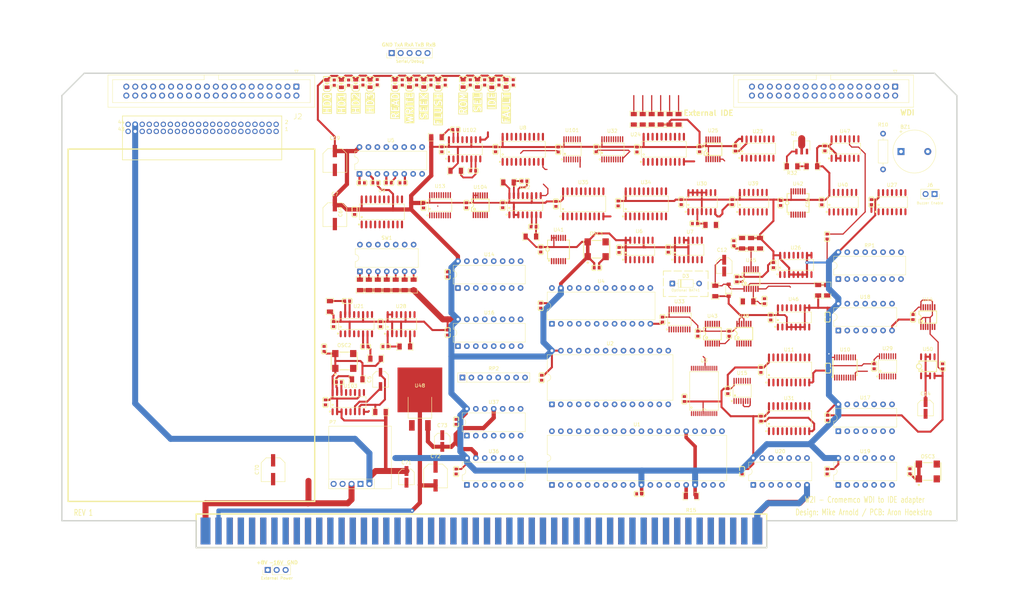
<source format=kicad_pcb>
(kicad_pcb (version 20241229) (generator "pcbnew") (generator_version "9.0")
  (title_block (date "9 mar 2013"))
  (layers (0 "F.Cu" signal "Component") (4 "In1.Cu" signal) (6 "In2.Cu" signal) (8 "In3.Cu" signal) (10 "In4.Cu" signal) (2 "B.Cu" signal "Copper") (13 "F.Paste" user) (15 "B.Paste" user) (5 "F.SilkS" user "F.Silkscreen") (7 "B.SilkS" user "B.Silkscreen") (1 "F.Mask" user) (3 "B.Mask" user) (25 "Edge.Cuts" user))
  (net 0 "")
  (net 1 "+5V")
  (net 2 "GND")
  (net 3 "Net-(OSC3-EOH)")
  (net 5 "/IDEDataBus9")
  (net 6 "Net-(J4-Pin_33)")
  (net 7 "/IDEDataBus12")
  (net 8 "/S100_RESET_P75")
  (net 9 "/IDEDataBus3")
  (net 10 "/IDEDataBus15")
  (net 11 "/~{D10R}")
  (net 12 "/IDEDataBus8")
  (net 13 "/IDEDataBus10")
  (net 14 "/IDEDataBus14")
  (net 15 "Net-(J4-Pin_38)")
  (net 16 "/IDEDataBus5")
  (net 17 "/IDEDataBus1")
  (net 18 "/~{DASP}")
  (net 19 "/IDEDataBus11")
  (net 20 "/IDEDataBus0")
  (net 21 "Net-(J4-Pin_36)")
  (net 22 "/IDEDataBus7")
  (net 24 "/~{D10W}")
  (net 25 "Net-(J4-Pin_37)")
  (net 26 "/IDEDataBus2")
  (net 27 "/IDEDataBus13")
  (net 28 "/~{DMACK}")
  (net 29 "Net-(J4-Pin_35)")
  (net 30 "/INTRQ")
  (net 31 "Net-(J4-Pin_1)")
  (net 32 "/IDEDataBus6")
  (net 35 "/IDEDataBus4")
  (net 38 "/DMARQ")
  (net 132 "Net-(U102A-RCext)")
  (net 133 "Net-(U102A-Cext)")
  (net 134 "Net-(U102B-Cext)")
  (net 135 "Net-(U102B-RCext)")
  (net 136 "Net-(U103A-RCext)")
  (net 137 "Net-(U103A-Cext)")
  (net 138 "Net-(U103B-Cext)")
  (net 139 "Net-(U103B-RCext)")
  (net 140 "/IORDY")
  (net 142 "Net-(D1-A)")
  (net 144 "Net-(U5-C1+)")
  (net 145 "Net-(U5-C1-)")
  (net 146 "Net-(U5-C2-)")
  (net 147 "Net-(U5-C2+)")
  (net 148 "Net-(U5-VS-)")
  (net 149 "Net-(U5-VS+)")
  (net 150 "Net-(U22B-Cext)")
  (net 151 "Net-(U22B-RCext)")
  (net 152 "Net-(U21A-RCext)")
  (net 153 "Net-(U21A-Cext)")
  (net 154 "Net-(U21B-Cext)")
  (net 155 "Net-(U21B-RCext)")
  (net 156 "Net-(U22A-RCext)")
  (net 157 "Net-(U22A-Cext)")
  (net 158 "/~{W60h}")
  (net 159 "Net-(C33-Pad1)")
  (net 160 "Net-(U28A-~{R})")
  (net 161 "/~{R60h}")
  (net 162 "Net-(C35-Pad2)")
  (net 164 "Net-(OSC1-OUT)")
  (net 165 "Net-(C39-Pad1)")
  (net 166 "Net-(C39-Pad2)")
  (net 167 "Net-(J6-Pin_2)")
  (net 168 "Net-(U1-~{RESET})")
  (net 169 "Net-(U30A-C)")
  (net 170 "Net-(J1-Pad17)")
  (net 171 "/RP1-11")
  (net 172 "/IMIBus5")
  (net 173 "Net-(J1-Pad9)")
  (net 175 "/RP1-13")
  (net 176 "/+SYSCLK")
  (net 177 "/IMIBus6")
  (net 178 "/IMIBus3")
  (net 179 "/+RWDAT")
  (net 180 "/IMIBus7")
  (net 181 "/IMIBus4")
  (net 182 "/-SYSCLK")
  (net 183 "Net-(OSC2-OUT)")
  (net 184 "/IMIBus0")
  (net 185 "Net-(U9-I2a)")
  (net 186 "Net-(J1-Pad5)")
  (net 187 "Net-(J1-Pad6)")
  (net 188 "Net-(J1-Pad16)")
  (net 189 "Net-(J1-Pad10)")
  (net 190 "/RP1-14")
  (net 191 "/IMIBus1")
  (net 192 "/IMIBus2")
  (net 193 "/-RWDAT")
  (net 194 "Net-(J1-Pad15)")
  (net 195 "/RXB")
  (net 196 "/TXA")
  (net 197 "/RXA")
  (net 198 "/TXB")
  (net 199 "Net-(LED1-K)")
  (net 202 "Net-(U101-~{Y3})")
  (net 203 "Net-(U101-~{Y2})")
  (net 204 "Net-(U101-~{Y1})")
  (net 205 "Net-(U101-~{Y0})")
  (net 206 "Net-(U102A-~{Q})")
  (net 207 "Net-(U102B-~{Q})")
  (net 208 "Net-(U103A-~{Q})")
  (net 209 "Net-(U103B-~{Q})")
  (net 210 "Net-(R9-Pad1)")
  (net 211 "Net-(U1-~{INT})")
  (net 212 "Net-(OSC3-OUT)")
  (net 213 "Net-(U2-~{OE})")
  (net 214 "Net-(U13-I0a)")
  (net 215 "Net-(U13-I1a)")
  (net 216 "Net-(U13-I2a)")
  (net 217 "Net-(U13-I3a)")
  (net 218 "Net-(U13-I1b)")
  (net 219 "Net-(U13-I2b)")
  (net 220 "Net-(U13-I3b)")
  (net 221 "/-SEL")
  (net 222 "Net-(R32-Pad1)")
  (net 223 "Net-(U28A-~{Q})")
  (net 224 "Net-(U24-Cp)")
  (net 225 "Net-(R44-Pad2)")
  (net 226 "Net-(R45-Pad2)")
  (net 227 "Net-(R51-Pad1)")
  (net 230 "/DataBus3")
  (net 231 "Net-(U1-~{WAIT})")
  (net 232 "/~{IORQ}")
  (net 233 "/AddressBus8")
  (net 234 "/DataBus5")
  (net 235 "/DataBus4")
  (net 236 "/AddressBus3")
  (net 237 "/DataBus0")
  (net 238 "/AddressBus13")
  (net 239 "/AddressBus1")
  (net 240 "Net-(U1-~{MREQ})")
  (net 241 "/AddressBus0")
  (net 243 "/~{R}")
  (net 244 "Net-(U1-~{CLK})")
  (net 245 "/DataBus2")
  (net 246 "/AddressBus12")
  (net 247 "/AddressBus6")
  (net 248 "/~{M1}")
  (net 249 "/DataBus6")
  (net 250 "/AddressBus7")
  (net 252 "/AddressBus9")
  (net 253 "/AddressBus10")
  (net 254 "/AddressBus2")
  (net 255 "/DataBus1")
  (net 257 "/AddressBus4")
  (net 258 "/AddressBus5")
  (net 259 "/AddressBus14")
  (net 260 "/AddressBus11")
  (net 262 "/DataBus7")
  (net 263 "/~{W}")
  (net 264 "Net-(U4-RXA)")
  (net 265 "Net-(U4-RST)")
  (net 266 "Net-(U4-TXB)")
  (net 268 "/~{681}")
  (net 269 "Net-(U4-RXB)")
  (net 270 "Net-(U4-TXA)")
  (net 272 "Net-(U6A-~{S})")
  (net 273 "Net-(U6A-D)")
  (net 274 "Net-(U6B-Q)")
  (net 277 "/~{W50h}")
  (net 278 "/SUA2")
  (net 279 "/+FAULT")
  (net 280 "/~{W10h}")
  (net 282 "Net-(U8-O0)")
  (net 283 "/SUA0")
  (net 284 "/+SEL")
  (net 285 "/SUA1")
  (net 286 "/SUA3")
  (net 287 "/~{R10h}")
  (net 288 "/+WGATE")
  (net 289 "/+RGATE")
  (net 290 "/~{R00h}")
  (net 291 "Net-(U11-O6)")
  (net 292 "Net-(U11-O0)")
  (net 293 "Net-(U11-O4)")
  (net 294 "Net-(U11-O1)")
  (net 295 "Net-(U11-O5)")
  (net 296 "Net-(U11-O2)")
  (net 297 "/~{W00h}")
  (net 298 "Net-(U11-O7)")
  (net 299 "Net-(U11-O3)")
  (net 300 "/~{R30h}")
  (net 301 "Net-(U13-I0b)")
  (net 302 "/~{R50h}")
  (net 303 "/~{R70h}")
  (net 304 "/~{START SEEK}")
  (net 305 "Net-(U14-E3)")
  (net 306 "/~{IO}")
  (net 307 "/~{R20h}")
  (net 308 "Net-(U15-~{Y1})")
  (net 309 "Net-(U15-~{Y4})")
  (net 311 "/TOF")
  (net 314 "Net-(U15-~{Y2})")
  (net 315 "Net-(U15-~{Y0})")
  (net 316 "/~{W40h}")
  (net 317 "Net-(U16-O7)")
  (net 318 "/~{W20h}")
  (net 319 "/~{W30h}")
  (net 320 "Net-(U22A-Q)")
  (net 321 "Net-(U21B-Q)")
  (net 322 "Net-(U21A-Q)")
  (net 323 "Net-(U19-Pad1)")
  (net 325 "Net-(U21A-B)")
  (net 328 "/~{SEEK COMPLETE}")
  (net 329 "Net-(U23-~{PL})")
  (net 331 "Net-(U23-CP)")
  (net 332 "Net-(U23-Q7)")
  (net 333 "Net-(U24-D4)")
  (net 334 "Net-(U24-D5)")
  (net 335 "Net-(U24-D3)")
  (net 336 "Net-(U24-D2)")
  (net 337 "Net-(U24-D1)")
  (net 338 "Net-(U24-D7)")
  (net 340 "Net-(U24-D6)")
  (net 341 "Net-(U24-D0)")
  (net 342 "Net-(U25-CP)")
  (net 344 "Net-(U25-DSA)")
  (net 346 "Net-(U26-~{MR})")
  (net 348 "Net-(U26-Q1)")
  (net 352 "Net-(U27A-Q3)")
  (net 353 "Net-(U27B-MR)")
  (net 355 "Net-(U27A-MR)")
  (net 358 "Net-(U27A-CP)")
  (net 359 "Net-(U27A-Q2)")
  (net 362 "Net-(U28B-D)")
  (net 364 "Net-(U29-~{Y2})")
  (net 366 "Net-(U29-~{Y1})")
  (net 371 "Net-(U29-E2)")
  (net 376 "Net-(U30A-D)")
  (net 377 "Net-(U30A-Q)")
  (net 379 "Net-(U31-OE)")
  (net 380 "Net-(U31-Cp)")
  (net 381 "Net-(U33-OEa)")
  (net 382 "Net-(U34-OE)")
  (net 390 "-5V")
  (net 391 "Net-(U38-Pad2)")
  (net 392 "Net-(U38-Pad6)")
  (net 395 "Net-(U39-Pad2)")
  (net 396 "Net-(U39-Pad10)")
  (net 397 "Net-(U40-Pad3)")
  (net 398 "Net-(U46-~{MR})")
  (net 399 "Net-(U40-Pad9)")
  (net 401 "Net-(U42-Pad13)")
  (net 402 "/CMDRW")
  (net 404 "Net-(U45-Pad10)")
  (net 418 "/~{TOF}")
  (net 420 "Net-(BZ1--)")
  (net 422 "Net-(BZ1-+)")
  (net 423 "Net-(U3-~{OE})")
  (net 424 "Net-(Q1-COLLECTOR)")
  (net 425 "Net-(Q1-BASE)")
  (net 426 "Net-(LED2-K)")
  (net 427 "Net-(LED3-K)")
  (net 428 "Net-(LED4-K)")
  (net 429 "Net-(LED5-K)")
  (net 430 "Net-(LED6--)")
  (net 431 "Net-(LED7-K)")
  (net 432 "Net-(LED8-K)")
  (net 433 "Net-(LED9--)")
  (net 434 "Net-(LED11--)")
  (net 435 "Net-(LED12--)")
  (net 436 "Net-(LED13--)")
  (net 437 "Net-(R10-Pad1)")
  (net 438 "Net-(J5-Pin_1)")
  (net 439 "Net-(J5-Pin_2)")
  (footprint "footprints:C0603" (layer "F.Cu") (at 93.661 87.503)
    (property "Reference" "C21" (hide yes))
    (property "Value" "470pF")
  )
  (footprint "footprints:SOP-20_L12.6-W5.3-P1.27-LS7.8-BL" (layer "F.Cu") (at 103.51 62.216)
    (property "Reference" "U9")
    (property "Value" "74LS244")
  )
  (footprint "footprints:R1206" (layer "F.Cu") (at 182.626 35.941 90)
    (property "Reference" "R46" (hide yes))
    (property "Value" "1K")
  )
  (footprint "footprints:C0603" (layer "F.Cu") (at 202.946 59.436 90)
    (property "Reference" "C55" (hide yes))
    (property "Value" "0.1uF")
  )
  (footprint "footprints:R1206" (layer "F.Cu") (at 88.773 89.027 90)
    (property "Reference" "R34" (hide yes))
    (property "Value" "15K")
  )
  (footprint "footprints:SOIC-14_L8.7-W3.9-P1.27-LS6.0-BL" (layer "F.Cu") (at 208.91 59.46)
    (property "Reference" "U39")
    (property "Value" "74F04")
  )
  (footprint "footprints:R1206" (layer "F.Cu") (at 101.727 103.886 180)
    (property "Reference" "R35" (hide yes))
    (property "Value" "15K")
  )
  (footprint "Package_DIP:DIP-14_W7.62mm" (layer "F.Cu") (at 233.045 124.455 90)
    (property "Reference" "U17")
    (property "Value" "7438")
  )
  (footprint "footprints:C0603" (layer "F.Cu") (at 89.789 94.0725 90)
    (property "Reference" "C49" (hide yes))
    (property "Value" "0.1uF")
  )
  (footprint "footprints:R1206" (layer "F.Cu") (at 205.74 71.11 90)
    (property "Reference" "R38" (hide yes))
    (property "Value" "1.5K")
  )
  (footprint "footprints:C0603" (layer "F.Cu") (at 143.953 53.467)
    (property "Reference" "C23" (hide yes))
    (property "Value" "470pF")
  )
  (footprint "footprints:CAP-SMD_BD6.3-L6.6-W6.6-FD" (layer "F.Cu") (at 90.17 47.625 -90)
    (property "Reference" "C19")
    (property "Value" "47uF")
  )
  (footprint "footprints:R1206" (layer "F.Cu") (at 145.796 69.215)
    (property "Reference" "R30" (hide yes))
    (property "Value" "270K")
  )
  (footprint "footprints:R1206" (layer "F.Cu") (at 229.87 84.445 -90)
    (property "Reference" "R53" (hide yes))
    (property "Value" "1.5K")
  )
  (footprint "footprints:C0603" (layer "F.Cu") (at 164.465 78.095)
    (property "Reference" "C11" (hide yes))
    (property "Value" "0.1uF")
  )
  (footprint "Package_DIP:DIP-16_W7.62mm" (layer "F.Cu") (at 125.095 83.815 90)
    (property "Reference" "U14")
    (property "Value" "74F138")
  )
  (footprint "footprints:C0603" (layer "F.Cu") (at 127.508 60.325 -90)
    (property "Reference" "C6" (hide yes))
    (property "Value" "0.1uF")
  )
  (footprint "footprints:C0603" (layer "F.Cu") (at 229.87 135.89 90)
    (property "Reference" "C26" (hide yes))
    (property "Value" "0.1uF")
  )
  (footprint "Package_DIP:DIP-14_W7.62mm" (layer "F.Cu") (at 97.282 79.121 90)
    (property "Reference" "SW1")
    (property "Value" "SW_DIP_x07")
  )
  (footprint "footprints:C0603" (layer "F.Cu") (at 192.343 65.532 180)
    (property "Reference" "C43" (hide yes))
    (property "Value" "22pF")
  )
  (footprint "footprints:C0603" (layer "F.Cu") (at 104.521 100.4225 180)
    (property "Reference" "C34" (hide yes))
    (property "Value" "47pF")
  )
  (footprint "footprints:TSSOP-16_L5.0-W4.4-P0.65-LS6.4-BL" (layer "F.Cu") (at 205.74 113.025)
    (property "Reference" "U15")
    (property "Value" "74HCT138")
  )
  (footprint "footprints:C0603" (layer "F.Cu") (at 175.895 44.512 90)
    (property "Reference" "C31" (hide yes))
    (property "Value" "0.1uF")
  )
  (footprint "footprints:C0603" (layer "F.Cu") (at 95.758 62.23 90)
    (property "Reference" "C69")
    (property "Value" "0.1uF")
  )
  (footprint "Connector_IDC:IDC-Header_2x17_P2.54mm_Vertical" (layer "F.Cu") (at 249.174 26.67 -90)
    (property "Reference" "J1" (hide yes))
    (property "Value" "to WDI")
  )
  (footprint "footprints:R0603" (layer "F.Cu") (at 113.367 25.483 -90)
    (property "Reference" "R6" (hide yes))
    (property "Value" "360")
  )
  (footprint "footprints:SOT-89-3_L4.5-W2.4-P1.50-LS4.0-BR" (layer "F.Cu") (at 222.65 43.725 -90)
    (property "Reference" "Q1")
    (property "Value" "2N2222AU")
  )
  (footprint "footprints:R1206" (layer "F.Cu") (at 196.832 65.913 180)
    (property "Reference" "R51" (hide yes))
    (property "Value" "100")
  )
  (footprint "footprints:C0603" (layer "F.Cu") (at 253.365 135.815 90)
    (property "Reference" "C13" (hide yes))
    (property "Value" "0.1uF")
  )
  (footprint "footprints:C0603" (layer "F.Cu") (at 229.997 120.65 90)
    (property "Reference" "C24" (hide yes))
    (property "Value" "0.1uF")
  )
  (footprint "footprints:R1206" (layer "F.Cu") (at 112.522 82.931 90)
    (property "Reference" "R26" (hide yes))
    (property "Value" "4.7K")
  )
  (footprint "footprints:R0603" (layer "F.Cu") (at 128.607 25.471 -90)
    (property "Reference" "R22" (hide yes))
    (property "Value" "360")
  )
  (footprint "footprints:C0603" (layer "F.Cu") (at 229.235 44.196 90)
    (property "Reference" "C62" (hide yes))
    (property "Value" "0.1uF")
  )
  (footprint "footprints:CAP-SMD_BD4.0-L4.3-W4.3-FD" (layer "F.Cu") (at 257.81 117.855 -90)
    (property "Reference" "C14")
    (property "Value" "10uF")
  )
  (footprint "footprints:C0603" (layer "F.Cu") (at 105.475 53.975)
    (property "Reference" "C16" (hide yes))
    (property "Value" "0.1uF")
  )
  (footprint "footprints:SOIC-16_L9.9-W3.9-P1.27-LS6.0-BL" (layer "F.Cu") (at 220.35 92.16)
    (property "Reference" "U46")
    (property "Value" "74HCT163")
  )
  (footprint "footprints:R1206" (layer "F.Cu") (at 227.33 84.445 90)
    (property "Reference" "R52" (hide yes))
    (property "Value" "1K")
  )
  (footprint "footprints:TSSOP-14_L5.0-W4.4-P0.65-LS6.4-BL" (layer "F.Cu") (at 131.44 60.325)
    (property "Reference" "U104")
    (property "Value" "74HCT00")
  )
  (footprint "footprints:SOP-20_L12.6-W5.3-P1.27-LS7.8-BL" (layer "F.Cu") (at 178.435 59.93)
    (property "Reference" "U34")
    (property "Value" "74HCT374")
  )
  (footprint "Connector_PinHeader_2.54mm:PinHeader_1x05_P2.54mm_Vertical" (layer "F.Cu") (at 89.8225 139.4175 90)
    (property "Reference" "P7")
    (property "Value" "5V Reg")
  )
  (footprint "Package_DIP:DIP-24_W10.16mm" (layer "F.Cu") (at 151.765 93.97 90)
    (property "Reference" "U4")
    (property "Value" "2681")
  )
  (footprint "footprints:C0603" (layer "F.Cu") (at 205.74 135.89 90)
    (property "Reference" "C27" (hide yes))
    (property "Value" "0.1uF")
  )
  (footprint "footprints:C0603" (layer "F.Cu") (at 87.503 116.267 -90)
    (property "Reference" "C9" (hide yes))
    (property "Value" "0.1uF")
  )
  (footprint "footprints:SOIC-16_L9.9-W3.9-P1.27-LS6.0-BL" (layer "F.Cu") (at 96.271 94.0775)
    (property "Reference" "U21")
    (property "Value" "74LS123")
  )
  (footprint "footprints:C0603" (layer "F.Cu") (at 176.53 142.23)
    (property "Reference" "C37" (hide yes))
    (property "Value" "0.1uF")
  )
  (footprint "footprints:SOIC-16_L9.9-W3.9-P1.27-LS6.0-BL" (layer "F.Cu") (at 144.145 60.325)
    (property "Reference" "U22")
    (property "Value" "74LS123")
  )
  (footprint "footprints:LED0805-R-RD" (layer "F.Cu") (at 96.095 25.771 90)
    (property "Reference" "LED2" (hide yes))
    (property "Value" "YELLOW")
  )
  (footprint "footprints:CAP-SMD_BD4.0-L4.3-W4.3-LS5.3-FD" (layer "F.Cu") (at 103.124 109.74 -90)
    (property "Reference" "C5")
    (property "Value" "4.7uF")
  )
  (footprint "footprints:R0603" (layer "F.Cu") (at 102.191 25.412 -90)
    (property "Reference" "R1" (hide yes))
    (property "Value" "270")
  )
  (footprint "footprints:SOIC-16_L9.9-W3.9-P1.27-LS6.0-BL" (layer "F.Cu") (at 220.985 77.265)
    (property "Reference" "U26")
    (property "Value" "74F163")
  )
  (footprint "footprints:C0603" (layer "F.Cu") (at 183.134 92.772 90)
    (property "Reference" "C44" (hide yes))
    (property "Value" "0.1uF")
  )
  (footprint "footprints:OSC-SMD_4P-L7.0-W5.0-BL-2" (layer "F.Cu") (at 92.837 104.521)
    (property "Reference" "OSC2")
    (property "Value" "27MHz")
  )
  (footprint "footprints:C0603" (layer "F.Cu") (at 135.763 44.45 90)
    (property "Reference" "C64" (hide yes))
    (property "Value" "0.1uF")
  )
  (footprint "footprints:LED0805-R-RD" (layer "F.Cu") (at 107.271 25.771 90)
    (property "Reference" "LED5" (hide yes))
    (property "Value" "GREEN")
  )
  (footprint "footprints:OSC-SMD_4P-L7.0-W5.0-BL-2" (layer "F.Cu") (at 164.465 72.82)
    (property "Reference" "OSC1")
    (property "Value" "3.6864MHz")
  )
  (footprint "footprints:SOP-20_L12.6-W5.3-P1.27-LS7.8-BL" (layer "F.Cu") (at 219.08 120.885)
    (property "Reference" "U31")
    (property "Value" "74HCT374")
  )
  (footprint "footprints:TSSOP-20_L6.5-W4.4-P0.65-LS6.4-BL" (layer "F.Cu") (at 187.96 92.7)
    (property "Reference" "U33")
    (property "Value" "74HCT244")
  )
  (footprint "footprints:TSSOP-14_L5.0-W4.4-P0.65-LS6.4-BL" (layer "F.Cu") (at 197.313 96.775)
    (property "Reference" "U43")
    (property "Value" "74HCT32")
  )
  (footprint "footprints:CAP-SMD_BD6.3-L6.6-W6.6-FD" (layer "F.Cu") (at 72.644 135.382 -90)
    (property "Reference" "C70")
    (property "Value" "33uF")
  )
  (footprint "Connector_PinHeader_2.54mm:PinHeader_1x05_P2.54mm_Vertical" (layer "F.Cu") (at 106.299 17.145 90)
    (property "Reference" "J3" (hide yes))
    (property "Value" "Serial")
  )
  (footprint "footprints:CAP-SMD_BD6.3-L6.6-W6.6-FD" (layer "F.Cu") (at 90.17 62.995 -90)
    (property "Reference" "C7")
    (property "Value" "47uF")
  )
  (footprint "footprints:LED0805-R-RD" (layer "F.Cu") (at 134.703 25.83 90)
    (property "Reference" "LED13" (hide yes))
    (property "Value" "RED")
  )
  (footprint "footprints:C0603" (layer "F.Cu") (at 124.587 135.89 90)
    (property "Reference" "C77" (hide yes))
    (property "Value" "0.1uF")
  )
  (footprint "footprints:LED0805-R-RD" (layer "F.Cu") (at 111.335 25.737 90)
    (property "Reference" "LED6" (hide yes))
    (property "Value" "RED")
  )
  (footprint "footprints:LED0805-R-RD" (layer "F.Cu") (at 119.463 25.737 90)
    (property "Reference" "LED8" (hide yes))
    (property "Value" "GREEN")
  )
  (footprint "Package_DIP:DIP-14_W7.62mm" (layer "F.Cu") (at 233.045 95.88 90)
    (property "Reference" "U18")
    (property "Value" "7438")
  )
  (footprint "footprints:CAP-SMD_BD6.3-L6.6-W6.6-FD" (layer "F.Cu") (at 118.745 137.157 -90)
    (property "Reference" "C72")
    (property "Value" "33uF")
  )
  (footprint "footprints:R1206" (layer "F.Cu") (at 124.46 50.546 180)
    (property "Reference" "R12" (hide yes))
    (property "Value" "100K")
  )
  (footprint "Package_DIP:DIP-16_W7.62mm" (layer "F.Cu") (at 125.095 100.325 90)
    (property "Reference" "U16")
    (property "Value" "74F138")
  )
  (footprint "footprints:TSOP-28_L11.8-W8.0-P0.55-LS13.4-B_CYPRESS" (layer "F.Cu") (at 194.945 113.025)
    (property "Reference" "U3")
    (property "Value" "CY62256NLL-55ZXIT")
  )
  (footprint "Resistor_THT:R_Array_SIP8" (layer "F.Cu") (at 126.365 109.215)
    (property "Reference" "RP2")
    (property "Value" "4x100Ω")
  )
  (footprint "footprints:C0603" (layer "F.Cu") (at 170.561 59.817 90)
    (property "Reference" "C45" (hide yes))
    (property "Value" "0.1uF")
  )
  (footprint "footprints:R0603" (layer "F.Cu") (at 117.431 25.483 -90)
    (property "Reference" "R7" (hide yes))
    (property "Value" "160")
  )
  (footprint "footprints:TSSOP-14_L5.0-W4.4-P0.65-LS6.4-BL" (layer "F.Cu") (at 197.48 44.45)
    (property "Reference" "U25")
    (property "Value" "74HCT164")
  )
  (footprint "footprints:C0603" (layer "F.Cu") (at 254.254 92.075 90)
    (property "Reference" "C60" (hide yes))
    (property "Value" "0.1uF")
  )
  (footprint "footprints:R0603" (layer "F.Cu") (at 140.799 25.471 90)
    (property "Reference" "R9" (hide yes))
    (property "Value" "360")
  )
  (footprint "footprints:SOD-123_L2.8-W1.8-LS3.7-RD" (layer "F.Cu") (at 201.93 84.445 90)
    (property "Reference" "D1" (hide yes))
    (property "Value" "1N4148W T4")
  )
  (footprint "footprints:C0603" (layer "F.Cu") (at 202.057 96.774 90)
    (property "Reference" "C54" (hide yes))
    (property "Value" "0.1uF")
  )
  (footprint "footprints:R1206" (layer "F.Cu") (at 104.902 82.931 90)
    (property "Reference" "R28" (hide yes))
    (property "Value" "4.7K")
  )
  (footprint "footprints:OSC-SMD_4P-L7.0-W5.0-BL-2" (layer "F.Cu") (at 258.445 135.88)
    (property "Reference" "OSC3")
    (property "Value" "22.5792MHz")
  )
  (footprint "footprints:R1206" (layer "F.Cu") (at 207.435 87.62)
    (property "Reference" "R41" (hide yes))
    (property "Value" "1K")
  )
  (footprint "Buzzer_Beeper:Buzzer_12x9.5RM7.6" (layer "F.Cu") (at 250.835 45.085)
    (property "Reference" "BZ1")
    (property "Value" "Buzzer")
  )
  (footprint "footprints:C0603" (layer "F.Cu") (at 189.357 115.316 90)
    (property "Reference" "C74" (hide yes))
    (property "Value" "0.1uF")
  )
  (footprint "footprints:C0603" (layer "F.Cu") (at 242.443 59.436 90)
    (property "Reference" "C51" (hide yes))
    (property "Value" "0.1uF")
  )
  (footprint "footprints:R1206" (layer "F.Cu") (at 118.999 41.021 180)
    (property "Reference" "R11" (hide yes))
    (property "Value" "100K")
  )
  (footprint "footprints:C0603" (layer "F.Cu") (at 170.815 73.015 90)
    (property "Reference" "C28" (hide yes))
    (property "Value" "0.1uF")
  )
  (footprint "footprints:SOIC-16_L9.9-W3.9-P1.27-LS6.0-BL" (layer "F.Cu") (at 126.995 44.45)
    (property "Reference" "U102")
    (property "Value" "74LS123")
  )
  (footprint "footprints:R1206" (layer "F.Cu") (at 177.546 35.941 -90)
    (property "Reference" "R44" (hide yes))
    (property "Value" "33")
  )
  (footprint "footprints:R1206" (layer "F.Cu") (at 191.262 142.875 180)
    (property "Reference" "R15")
    (property "Value" "4.7K")
  )
  (footprint "footprints:R1206" (layer "F.Cu") (at 107.442 82.931 90)
    (property "Reference" "R25" (hide yes))
    (property "Value" "4.7K")
  )
  (footprint "footprints:C0603" (layer "F.Cu") (at 146.558 66.421 180)
    (property "Reference" "C20" (hide yes))
    (property "Value" "22uF")
  )
  (footprint "footprints:C0603" (layer "F.Cu") (at 98.868 100.457 180)
    (property "Reference" "C22" (hide yes))
    (property "Value" "470pF")
  )
  (footprint "footprints:C0603" (layer "F.Cu") (at 137.795 60.325 90)
    (property "Reference" "C50" (hide yes))
    (property "Value" "0.1uF")
  )
  (footprint "footprints:LED0805-R-RD" (layer "F.Cu") (at 87.967 25.805 90)
    (property "Reference" "LED4" (hide yes))
    (property "Value" "YELLOW")
  )
  (footprint "footprints:SAMTEC-SQT-122-01-X-D-RA" (layer "F.Cu") (at 52.496 43.815 180)
    (property "Reference" "J2")
    (property "Value" "44-pin IDE")
  )
  (footprint "Resistor_THT:R_Axial_DIN0207_L6.3mm_D2.5mm_P10.16mm_Horizontal" (layer "F.Cu") (at 245.745 50.165 90)
    (property "Reference" "R10")
    (property "Value" "100")
  )
  (footprint "footprints:SSOP-14_L6.2-W5.3-P0.65-LS7.8-BL-1" (layer "F.Cu") (at 221.61 59.69)
    (property "Reference" "U42")
    (property "Value" "74F08")
  )
  (footprint "footprints:R1206" (layer "F.Cu") (at 208.28 71.11 -90)
    (property "Reference" "R37" (hide yes))
    (property "Value" "1K")
  )
  (footprint "footprints:R0603" (layer "F.Cu") (at 98.127 25.459 -90)
    (property "Reference" "R2" (hide yes))
    (property "Value" "270")
  )
  (footprint "footprints:SOP-20_L12.6-W5.3-P1.27-LS7.8-BL" (layer "F.Cu") (at 143.505 44.45)
    (property "Reference" "U8")
    (property "Value" "74HCT374")
  )
  (footprint "footprints:SOIC-8_L5.0-W4.0-P1.27-LS6.0-BL" (layer "F.Cu") (at 258.445 106.035)
    (property "Reference" "U50")
    (property "Value" "3.3V LDO Reg")
  )
  (footprint "footprints:C0603" (layer "F.Cu") (at 193.67 44.45 90)
    (property "Reference" "C32" (hide yes))
    (property "Value" "0.1uF")
  )
  (footprint "footprints:CAP-SMD_BD4.0-L4.3-W4.3-FD" (layer "F.Cu") (at 110.49 137.405 -90)
    (property "Reference" "C71")
    (property "Value" "10uF")
  )
  (footprint "footprints:SOIC-14_L8.7-W3.9-P1.27-LS6.0-BL" (layer "F.Cu") (at 234.945 44.25)
    (property "Reference" "U47")
    (property "Value" "74HCT02")
  )
  (footprint "footprints:SOIC-16_L9.9-W3.9-P1.27-LS6.0-BL" (layer "F.Cu") (at 210.185 44.25)
    (property "Reference" "U23")
    (property "Value" "74HCT165")
  )
  (footprint "footprints:SSOP-14_L6.2-W5.3-P0.65-LS7.8-BL-1" (layer "F.Cu") (at 153.625 72.89)
    (property "Reference" "U41")
    (property "Value" "74F08")
  )
  (footprint "footprints:C0603" (layer "F.Cu") (at 97.855 53.975)
    (property "Reference" "C15" (hide yes))
    (property "Value" "0.1uF")
  )
  (footprint "footprints:C0603" (layer "F.Cu") (at 213.868 92.192 -90)
    (property "Reference" "C40" (hide yes))
    (property "Value" "0.1uF")
  )
  (footprint "Package_DIP:DIP-14_W7.62mm" (layer "F.Cu") (at 233.045 139.69 90)
    (property "Reference" "U19")
    (property "Value" "7438")
  )
  (footprint "footprints:C0603" (layer "F.Cu") (at 124.333 38.862)
    (property "Reference" "C2" (hide yes))
    (property "Value" "1.0uF")
  )
  (footprint "footprints:C0603" (layer "F.Cu") (at 122.174 79.948 90)
    (property "Reference" "C66" (hide yes))
    (property "Value" "0.1uF")
  )
  (footprint "footprints:C0603" (layer "F.Cu") (at 211.074 120.904 90)
    (property "Reference" "C46" (hide yes))
    (property "Value" "0.1uF")
  )
  (footprint "footprints:C0603" (layer "F.Cu") (at 262.636 106.035 90)
    (property "Reference" "C76" (hide yes))
    (property "Value" ".33uF")
  )
  (footprint "footprints:C0603" (layer "F.Cu") (at 148.59 88.82 -90)
    (property "Reference" "C75" (hide yes))
    (property "Value" "0.1uF")
  )
  (footprint "footprints:R1206" (layer "F.Cu") (at 139.446 53.848)
    (property "Reference" "R36" (hide yes))
    (property "Value" "15K")
  )
  (footprint "footprints:CAP-SMD_BD4.0-L4.3-W4.3-FD" (layer "F.Cu") (at 120.65 127.235 -90)
    (property "Reference" "C73")
    (property "Value" "10uF")
  )
  (footprint "footprints:LED0805-R-RD" (layer "F.Cu") (at 100.159 25.771 90)
    (property "Reference" "LED1" (hide yes))
    (property "Value" "YELLOW")
  )
  (footprint "footprints:R1206" (layer "F.Cu") (at 219.92 49.276 180)
    (property "Reference" "R32")
    (property "Value" "2.2K")
  )
  (footprint "footprints:C0603" (layer "F.Cu") (at 109.35 53.975 180)
    (property "Reference" "C17" (hide yes))
    (property "Value" "0.1uF")
  )
  (footprint "footprints:TSSOP-20_L6.5-W4.4-P0.65-LS6.4-BL" (layer "F.Cu") (at 168.905 44.45)
    (property "Reference" "U32")
    (property "Value" "74HCT244")
  )
  (footprint "footprints:SOP-20_L12.6-W5.3-P1.27-LS7.8-BL" (layer "F.Cu") (at 183.515 44.45)
    (property "Reference" "U24")
    (property "Value" "74HCT374")
  )
  (footprint "footprints:CAP-SMD_BD4.0-L4.3-W4.3-FD" (layer "F.Cu") (at 200.66 77.46 -90)
    (property "Reference" "C12")
    (property "Value" "10uF")
  )
  (footprint "footprints:C0603" (layer "F.Cu") (at 153.543 44.512 -90)
    (property "Reference" "C1" (hide yes))
    (property "Value" "0.1uF")
  )
  (footprint "footprints:R1206" (layer "F.Cu") (at 187.706 35.941 90)
    (property "Reference" "R49" (hide yes))
    (property "Value" "10K")
  )
  (footprint "Package_DIP:DIP-14_W7.62mm" (layer "F.Cu") (at 127.635 139.69 90)
    (property "Reference" "U36")
    (property "Value" "75107")
  )
  (footprint "footprints:R1206" (layer "F.Cu") (at 180.086 35.941 -90)
    (property "Reference" "R45" (hide yes))
    (property "Value" "33")
  )
  (footprint "footprints:TSSOP-14_L5.0-W4.4-P0.65-LS6.4-BL" (layer "F.Cu") (at 258.445 92.065)
    (property "Reference" "U44")
    (property "Value" "74HCT04")
  )
  (footprint "footprints:C0603" (layer "F.Cu") (at 148.59 72.898 90)
    (property "Reference" "C57" (hide yes))
    (property "Value" "0.1uF")
  )
  (footprint "footprints:LED0805-R-RD" (layer "F.Cu") (at 92.031 25.817 90)
    (property "Reference" "LED3" (hide yes))
    (property "Value" "YELLOW")
  )
  (footprint "footprints:R0603" (layer "F.Cu") (at 136.735 25.471 -90)
    (property "Reference" "R50" (hide yes))
    (property "Value" "360")
  )
  (footprint "footprints:C0603" (layer "F.Cu") (at 91.313 110.49)
    (property "Reference" "C4" (hide yes))
    (property "Value" "1.0uF")
  )
  (footprint "footprints:SOP-20_L12.6-W5.3-P1.27-LS7.8-BL" (layer "F.Cu") (at 219.08 107.07)
    (property "Reference" "U11")
    (property "Value" "74HCT374")
  )
  (footprint "S100_MALE" (layer "F.Cu") (at 50.8 157.48)
    (property "Reference" "P1" (hide yes))
    (property "Value" "S100_MALE" (hide yes))
  )
  (footprint "footprints:C0603" (layer "F.Cu") (at 115.316 60.387 90)
    (property "Reference" "C63" (hide yes))
    (property "Value" "0.1uF")
  )
  (footprint "footprints:R0603" (layer "F.Cu") (at 132.671 25.471 -90)
    (property "Reference" "R31" (hide yes))
    (property "Value" "360")
  )
  (footprint "footprints:R1206" (layer "F.Cu") (at 185.166 35.941 90)
    (property "Reference" "R47" (hide yes))
    (property "Value" "1K")
  )
  (footprint "footprints:C0603" (layer "F.Cu") (at 184.785 72.95 90)
    (property "Reference" "C29" (hide yes))
    (property "Value" "0.1uF")
  )
  (footprint "footprints:SO-14_L8.9-W3.9-P1.27-LS6.0-BL" (layer "F.Cu") (at 194.305 59.46)
    (property "Reference" "U30")
    (property "Value" "74HCT74")
  )
  (footprint "Diode_THT:D_DO-35_SOD27_P7.62mm_Horizontal" (layer "F.Cu") (at 185.928 82.54)
    (property "Reference" "D3")
    (property "Value" "BAT41")
  )
  (footprint "footprints:TO-252-2_L6.6-W6.1-P4.57-LS10.1-BR-CW" (layer "F.Cu") (at 114.3 119.38 -90)
    (property "Reference" "U48")
    (property "Value" "7905")
  )
  (footprint "footprints:R1206" (layer "F.Cu") (at 109.982 82.931 90)
    (property "Reference" "R27" (hide yes))
    (property "Value" "4.7K")
  )
  (footprint "footprints:C0603" (layer "F.Cu") (at 129.413 50.546 180)
    (property "Reference" "C3" (hide yes))
    (property "Value" "1.0uF")
  )
  (footprint "Package_DIP:DIP-16_W7.62mm" (layer "F.Cu") (at 233.045 81.27 90)
    (property "Reference" "RP1")
    (property "Value" "761-5-R220/330")
  )
  (footprint "footprints:C0603" (layer "F.Cu") (at 120.523 44.45 -90)
    (property "Reference" "C8" (hide yes))
    (property "Value" "0.1uF")
  )
  (footprint "footprints:C0603" (layer "F.Cu") (at 103.124 94.0725 90)
    (property "Reference" "C52" (hide yes))
    (property "Value" "0.1uF")
  )
  (footprint "footprints:C0603" (layer "F.Cu") (at 212.09 87.555 -90)
    (property "Reference" "C35" (hide yes))
    (property "Value" "47pF")
  )
  (footprint "footprints:R0603" (layer "F.Cu") (at 109.303 25.483 -90)
    (property "Reference" "R5" (hide yes))
    (property "Value" "160")
  )
  (footprint "footprints:C0603" (layer "F.Cu") (at 214.63 77.333 90)
    (property "Reference" "C36" (hide yes))
    (property "Value" "0.1uF")
  )
  (footprint "footprints:SOP-20_L12.6-W5.3-P1.27-LS7.8-BL" (layer "F.Cu") (at 160.655 59.93)
    (property "Reference" "U35")
    (property "Value" "74HCT374")
  )
  (footprint "footprints:R1206" (layer "F.Cu") (at 198.12 84.66 -90)
    (property "Reference" "R18" (hide yes))
    (property "Value" "47K")
  )
  (footprint "footprints:LED0805-R-RD" (layer "F.Cu") (at 126.575 25.759 90)
    (property "Reference" "LED11" (hide yes))
    (property "Value" "RED")
  )
  (footprint "footprints:R0603" (layer "F.Cu") (at 89.999 25.539 -90)
    (property "Reference" "R4" (hide yes))
    (property "Value" "270")
  )
  (footprint "footprints:SOIC-16_L9.9-W3.9-P1.27-LS6.0-BL" (layer "F.Cu") (at 93.98 116.205)
    (property "Reference" "U103")
    (property "Value" "74LS123")
  )
  (footprint "Package_DIP:DIP-40_W15.24mm" (layer "F.Cu") (at 151.765 139.695 90)
    (property "Reference" "U1")
    (property "Value" "Z80CPU")
  )
  (footprint "footprints:C0603" (layer "F.Cu") (at 152.908 59.944 -90)
    (property "Reference" "C42" (hide yes))
    (property "Value" "0.1uF")
  )
  (footprint "Package_DIP:DIP-28_W15.24mm" (layer "F.Cu") (at 151.765 116.835 90)
    (property "Reference" "U2")
    (property "Value" "28C256")
  )
  (footprint "footprints:R1206" (layer "F.Cu") (at 102.362 82.931 90)
    (property "Reference" "R24" (hide yes))
    (property "Value" "4.7K")
  )
  (footprint "footprints:LED0805-R-RD" (layer "F.Cu") (at 115.399 25.737 90)
    (property "Reference" "LED7" (hide yes))
    (property "Value" "GREEN")
  )
  (footprint "footprints:R1206" (layer "F.Cu") (at 110.026 100.4225 180)
    (property "Reference" "R40" (hide yes))
    (property "Value" "470")
  )
  (footprint "Connector_PinHeader_2.54mm:PinHeader_1x03_P2.54mm_Vertical" (layer "F.Cu") (at 71.12 163.83 90)
    (property "Reference" "J5" (hide yes))
    (property "Value" "EXT PWR")
  )
  (footprint "footprints:C0603" (layer "F.Cu") (at 148.844 109.285 -90)
    (property "Reference" "C38" (hide yes))
    (property "Value" "0.1uF")
  )
  (footprint "footprints:C0603" (layer "F.Cu") (at 201.676 113.092 -90)
    (property "Reference" "C41" (hide yes))
    (property "Value" "0.1uF")
  )
  (footprint "footprints:C0603" (layer "F.Cu") (at 203.83 44.25 90)
    (property "Reference" "C30" (hide yes))
    (property "Value" "0.1uF")
  )
  (footprint "footprints:R1206" (layer "F.Cu") (at 96.52 109.728)
    (property "Reference" "R13" (hide yes))
    (property "Value" "100K")
  )
  (footprint "footprints:C0603" (layer "F.Cu") (at 122.174 96.455 90)
    (property "Reference" "C65" (hide yes))
    (property "Value" "0.1uF")
  )
  (footprint "footprints:R1206" (layer "F.Cu") (at 97.282 82.931 90)
    (property "Reference" "R23" (hide yes))
    (property "Value" "4.7K")
  )
  (footprint "footprints:C0603" (layer "F.Cu") (at 230.124 106.553 90)
    (property "Reference" "C67" (hide yes))
    (property "Value" "0.1uF")
  )
  (footprint "footprints:TSSOP-16_L5.0-W4.4-P0.65-LS6.4-BL" (layer "F.Cu") (at 157.475 44.45)
    (property "Reference" "U101")
    (property "Value" "74HCT138")
  )
  (footprint "footprints:C0603" (layer "F.Cu") (at 101.665 53.975 180)
    (property "Reference" "C18" (hide yes))
    (property "Value" "0.1uF")
  )
  (footprint "Connector_IDC:IDC-Header_2x20_P2.54mm_Vertical" (layer "F.Cu") (at 79.248 26.67 -90)
    (property "Reference" "J4" (hide yes))
    (property "Value" "40-pin IDE")
  )
  (footprint "footprints:R1206" (layer "F.Cu") (at 210.82 71.11 -90)
    (property "Reference" "R39" (hide yes))
    (property "Value" "1K")
  )
  (footprint "footprints:SOIC-14_L8.7-W3.9-P1.27-LS6.0-BL" (layer "F.Cu") (at 234.31 59.46)
    (property "Reference" "U40")
    (property "Value" "74F00")
  )
  (footprint "footprints:C0603" (layer "F.Cu") (at 203.38 71.11 90)
    (property "Reference" "C33" (hide yes))
    (property "Value" "47pF")
  )
  (footprint "footprints:C0603" (layer "F.Cu") (at 229.87 69.205 -90)
    (property "Reference" "C39" (hide yes))
    (property "Value" "47pF")
  )
  (footprint "Package_DIP:DIP-16_W7.62mm" (layer "F.Cu") (at 97.155 51.435 90)
    (property "Reference" "U5")
    (property "Value" "MAX232A")
  )
  (footprint "footprints:C0603" (layer "F.Cu") (at 87.122 101.092 90)
    (property "Reference" "C10" (hide yes))
    (property "Value" "0.1uF")
  )
  (footprint "footprints:TSSOP-16_L5.0-W4.4-P0.65-LS6.4-BL" (layer "F.Cu") (at 247.015 106.04)
    (property "Reference" "U29")
    (property "Value" "74HCT138")
  )
  (footprint "footprints:SOIC-14_L8.7-W3.9-P1.27-LS6.0-BL" (layer "F.Cu") (at 176.53 73.015)
    (property "Reference" "U6")
    (property "Value" "74F74")
  )
  (footprint "footprints:SO-14_L8.9-W3.9-P1.27-LS6.0-BL" (layer "F.Cu") (at 108.966 94.0775)
    (property "Reference" "U28")
    (property "Value" "74HCT74")
  )
  (footprint "Connector_PinHeader_2.54mm:PinHeader_2x01_P2.54mm_Vertical" (layer "F.Cu") (at 260.355 57.15 180)
    (property "Reference" "J6")
    (property "Value" "Jumper to enable buzzer")
  )
  (footprint "footprints:LED0805-R-RD" (layer "F.Cu") (at 138.767 25.725 90)
    (property "Reference" "LED9" (hide yes))
    (property "Value" "RED")
  )
  (footprint "footprints:C0603" (layer "F.Cu") (at 124.587 121.793 90)
    (property "Reference" "C78" (hide yes))
    (property "Value" "0.1uF")
  )
  (footprint "Package_DIP:DIP-14_W7.62mm" (layer "F.Cu") (at 208.915 139.69 90)
    (property "Reference" "U20")
    (property "Value" "7438")
  )
  (footprint "footprints:SOIC-14_L8.7-W3.9-P1.27-LS6.0-BL" (layer "F.Cu") (at 190.5 73.015)
    (property "Reference" "U7")
    (property "Value" "74F74")
  )
  (footprint "footprints:C0603" (layer "F.Cu") (at 193.167 96.774 90)
    (property "Reference" "C59" (hide yes))
    (property "Value" "0.1uF")
  )
  (footprint "footprints:R1206" (layer "F.Cu") (at 99.822 82.931 90)
    (property "Reference" "R29" (hide yes))
    (property "Value" "4.7K")
  )
  (footprint "footprints:C0603" (layer "F.Cu") (at 229.997 92.075 90)
    (property "Reference" "C25" (hide yes))
    (property "Value" "0.1uF")
  )
  (footprint "footprints:R1206" (layer "F.Cu") (at 103.124 118.999)
    (property "Reference" "R14" (hide yes))
    (property "Value" "270K")
  )
  (footprint "footprints:LED0805-R-RD" (layer "F.Cu") (at 130.639 25.725 90)
    (property "Reference" "LED12" (hide yes))
    (property "Value" "RED")
  )
  (footprint "footprints:C0603" (layer "F.Cu") (at 164.338 44.45 90)
    (property "Reference" "C47" (hide yes))
    (property "Value" "0.1uF")
  )
  (footprint "footprints:TSSOP-14_L5.0-W4.4-P0.65-LS6.4-BL" (layer "F.Cu") (at 208.28 81.27)
    (property "Reference" "U45")
    (property "Value" "74HCT14")
  )
  (footprint "footprints:C0603" (layer "F.Cu") (at 211.074 107.061 90)
    (property "Reference" "C68" (hide yes))
    (property "Value" "0.1uF")
  )
  (footprint "footprints:TSSOP-20_L6.5-W4.4-P0.65-LS6.5-BL" (layer "F.Cu") (at 234.95 106.37)
    (property "Reference" "U10")
    (property "Value" "74HCT240")
  )
  (footprint "footprints:SO-14_L8.7-W3.9-P1.27-LS6.0-BL" (layer "F.Cu") (at 248.28 59.46)
    (property "Reference" "U27")
    (property "Value" "74HCT393")
  )
  (footprint "footprints:C0603" (layer "F.Cu") (at 216.662 59.69 90)
    (property "Reference" "C58" (hide yes))
    (property "Value" "0.1uF")
  )
  (footprint "footprints:C0603" (layer "F.Cu") (at 204.216 81.342 90)
    (property "Reference" "C61" (hide yes))
    (property "Value" "0.1uF")
  )
  (footprint "footprints:C0603" (layer "F.Cu") (at 188.468 59.436 90)
    (property "Reference" "C53" (hide yes))
    (property "Value" "0.1uF")
  )
  (footprint "footprints:R0603" (layer "F.Cu") (at 94.063 25.539 -90)
    (property "Reference" "R3" (hide yes))
    (property "Value" "270")
  )
  (footprint "footprints:TSSOP-14_L5.0-W4.4-P0.65-LS6.4-BL" (layer "F.Cu") (at 206.248 96.775)
    (property "Reference" "U38")
    (property "Value" "74HCT04")
  )
  (footprint "footprints:C0603" (layer "F.Cu") (at 228.346 59.498 90)
    (property "Reference" "C56")
    (property "Value" "0.1uF")
  )
  (footprint "Package_DIP:DIP-14_W7.62mm" (layer "F.Cu") (at 127.635 125.72 90)
    (property "Reference" "U37")
    (property "Value" "75110")
  )
  (footprint "footprints:R1206" (layer "F.Cu") (at 175.006 35.941 90)
    (property "Reference" "R48" (hide yes))
    (property "Value" "5.6K")
  )
  (footprint "footprints:R0603" (layer "F.Cu") (at 121.495 25.483 -90)
    (property "Reference" "R8" (hide yes))
    (property "Value" "160")
  )
  (footprint "footprints:C0603" (layer "F.Cu") (at 243.205 106.035 90)
    (property "Reference" "C48" (hide yes))
    (property "Value" "0.1uF")
  )
  (footprint "footprints:R1206" (layer "F.Cu") (at 225.552 49.276 180)
    (property "Reference" "R33" (hide yes))
    (property "Value" "1K")
  )
  (footprint "footprints:TSSOP-20_L6.5-W4.4-P0.65-LS6.4-BL" (layer "F.Cu") (at 120.01 60.325)
    (property "Reference" "U13")
    (property "Value" "74HCT244")
  )
  (gr_line (start 84.456 144.38) (end 14.456 144.38) (stroke (width 0.381)) (layer "F.SilkS"))
  (gr_line (start 84.456 44.38) (end 14.456 44.38) (stroke (width 0.381)) (layer "F.SilkS"))
  (gr_rect (start 183.388 78.994) (end 196.088 86.233) (stroke (width 0.2) (type dash)) (fill no) (layer "F.SilkS"))
  (gr_line (start 14.456 144.38) (end 14.456 44.38) (stroke (width 0.381)) (layer "F.SilkS"))
  (gr_line (start 84.456 144.38) (end 84.456 44.38) (stroke (width 0.381)) (layer "F.SilkS"))
  (gr_line (start 50.8 149.86) (end 12.7 149.86) (stroke (width 0.381)) (layer "Edge.Cuts"))
  (gr_line (start 12.7 29.21) (end 12.7 149.86) (stroke (width 0.381)) (layer "Edge.Cuts"))
  (gr_line (start 212.725 157.48) (end 50.8 157.48) (stroke (width 0.381)) (layer "Edge.Cuts"))
  (gr_line (start 266.7 149.86) (end 212.725 149.86) (stroke (width 0.381)) (layer "Edge.Cuts"))
  (gr_line (start 266.7 29.21) (end 260.35 22.86) (stroke (width 0.381)) (layer "Edge.Cuts"))
  (gr_line (start 50.8 157.48) (end 50.8 149.86) (stroke (width 0.381)) (layer "Edge.Cuts"))
  (gr_line (start 19.05 22.86) (end 12.7 29.21) (stroke (width 0.381)) (layer "Edge.Cuts"))
  (gr_line (start 260.35 22.86) (end 19.05 22.86) (stroke (width 0.381)) (layer "Edge.Cuts"))
  (gr_line (start 212.725 149.86) (end 212.725 157.48) (stroke (width 0.381)) (layer "Edge.Cuts"))
  (gr_line (start 266.7 149.86) (end 266.7 29.21) (stroke (width 0.381)) (layer "Edge.Cuts"))
  (gr_text "ROM" (at 127.845 34.869 90) (layer "F.SilkS" knockout) (effects (font (size 2.032 2) (thickness 0.3048) (bold yes)) (justify left bottom)))
  (gr_text "WRITE" (at 112.605 37.167 90) (layer "F.SilkS" knockout) (effects (font (size 2.032 2) (thickness 0.3048) (bold yes)) (justify left bottom)))
  (gr_text "HD3" (at 101.429 34.568 90) (layer "F.SilkS" knockout) (effects (font (size 2.032 2) (thickness 0.3048) (bold yes)) (justify left bottom)))
  (gr_text "W2I - Cromemco WDI to IDE adapter" (at 240.538 143.891 0) (layer "F.SilkS") (effects (font (size 1.7 1.2) (thickness 0.2) (bold yes))))
  (gr_text "TxA" (at 106.934 15.367 0) (layer "F.SilkS") (effects (font (size 1 1) (thickness 0.2) (bold yes)) (justify left bottom)))
  (gr_text "SEL" (at 131.909 34.107 90) (layer "F.SilkS" knockout) (effects (font (size 2.032 2) (thickness 0.3048) (bold yes)) (justify left bottom)))
  (gr_text "TxB" (at 112.776 15.367 0) (layer "F.SilkS") (effects (font (size 1 1) (thickness 0.2) (bold yes)) (justify left bottom)))
  (gr_text "External Power" (at 69.088 166.624 0) (layer "F.SilkS") (effects (font (size 0.8 0.8) (thickness 0.15) (bold yes)) (justify left bottom)))
  (gr_text "+8V" (at 67.818 162.306 0) (layer "F.SilkS") (effects (font (size 1 1) (thickness 0.2) (bold yes)) (justify left bottom)))
  (gr_text "FLUSH" (at 120.733 37.929 90) (layer "F.SilkS" knockout) (effects (font (size 2.032 2) (thickness 0.3048) (bold yes)) (justify left bottom)))
  (gr_text "WDI" (at 250.444 34.925 0) (layer "F.SilkS") (effects (font (size 1.524 1.524) (thickness 0.3048) (bold yes)) (justify left bottom)))
  (gr_text "External IDE" (at 188.976 35.052 0) (layer "F.SilkS") (effects (font (size 1.524 1.524) (thickness 0.3048) (bold yes)) (justify left bottom)))
  (gr_text "RxB" (at 115.824 15.367 0) (layer "F.SilkS") (effects (font (size 1 1) (thickness 0.2) (bold yes)) (justify left bottom)))
  (gr_text "READ" (at 108.541 36.151 90) (layer "F.SilkS" knockout) (effects (font (size 2.032 2) (thickness 0.3048) (bold yes)) (justify left bottom)))
  (gr_text "GND" (at 103.378 15.367 0) (layer "F.SilkS") (effects (font (size 1 1) (thickness 0.2) (bold yes)) (justify left bottom)))
  (gr_text "SEEK" (at 116.669 36.151 90) (layer "F.SilkS" knockout) (effects (font (size 2.032 2) (thickness 0.3048) (bold yes)) (justify left bottom)))
  (gr_text "GND" (at 76.454 162.306 0) (layer "F.SilkS") (effects (font (size 1 1) (thickness 0.2) (bold yes)) (justify left bottom)))
  (gr_text "RxA" (at 109.728 15.367 0) (layer "F.SilkS") (effects (font (size 1 1) (thickness 0.2) (bold yes)) (justify left bottom)))
  (gr_text "HD2" (at 97.365 34.627 90) (layer "F.SilkS" knockout) (effects (font (size 2.032 2) (thickness 0.3048) (bold yes)) (justify left bottom)))
  (gr_text "IDE" (at 135.973 33.345 90) (layer "F.SilkS" knockout) (effects (font (size 2.032 2) (thickness 0.3048) (bold yes)) (justify left bottom)))
  (gr_text "Serial/Debug" (at 107.442 19.939 0) (layer "F.SilkS") (effects (font (size 0.8 0.8) (thickness 0.15) (bold yes)) (justify left bottom)))
  (gr_text "REV 1" (at 18.796 147.574 0) (layer "F.SilkS") (effects (font (size 1.7 1.2) (thickness 0.2) (bold yes))))
  (gr_text "FAULT" (at 140.037 37.409 90) (layer "F.SilkS" knockout) (effects (font (size 2.032 2) (thickness 0.3048) (bold yes)) (justify left bottom)))
  (gr_text "Buzzer Enable" (at 259.08 59.69 0) (layer "F.SilkS") (effects (font (size 0.7 0.7) (thickness 0.1))))
  (gr_text "Design: Mike Arnold / PCB: Aron Hoekstra" (at 240.284 147.447 0) (layer "F.SilkS") (effects (font (size 1.7 1.2) (thickness 0.2) (bold yes))))
  (gr_text "HD0" (at 89.237 34.695 90) (layer "F.SilkS" knockout) (effects (font (size 2.032 2) (thickness 0.3048) (bold yes)) (justify left bottom)))
  (gr_text "HD1" (at 93.301 34.707 90) (layer "F.SilkS" knockout) (effects (font (size 2.032 2) (thickness 0.3048) (bold yes)) (justify left bottom)))
  (gr_text "-16V" (at 71.374 162.306 0) (layer "F.SilkS") (effects (font (size 1 1) (thickness 0.2) (bold yes)) (justify left bottom)))
  (segment (start 131.754 23.5575) (end 133.54 23.5575) (width 0.57) (layer "F.Cu") (net 1))
  (segment (start 158.815 72.198) (end 160.293 70.72) (width 0.57) (layer "F.Cu") (net 1))
  (segment (start 213.36 104.902) (end 211.901 106.361) (width 0.57) (layer "F.Cu") (net 1))
  (segment (start 196.342 43.55) (end 203.83 43.55) (width 0.57) (layer "F.Cu") (net 1))
  (segment (start 90.805 115.189) (end 90.805 115.824) (width 0.57) (layer "F.Cu") (net 1))
  (segment (start 90.805 115.824) (end 90.8 115.829) (width 0.5) (layer "F.Cu") (net 1))
  (segment (start 214.63 75.555) (end 214.63 74.549) (width 0.57) (layer "F.Cu") (net 1))
  (segment (start 208.915 132.07) (end 208.915 120.204) (width 0.57) (layer "F.Cu") (net 1))
  (segment (start 120.523 43.75) (end 122.555 43.75) (width 0.57) (layer "F.Cu") (net 1))
  (segment (start 140.965 63.065) (end 142.235 63.065) (width 0.57) (layer "F.Cu") (net 1))
  (segment (start 224.155 76.581) (end 224.155 74.525) (width 0.6096) (layer "F.Cu") (net 1))
  (segment (start 155.194 43.75) (end 153.605 43.75) (width 0.57) (layer "F.Cu") (net 1))
  (segment (start 205.486 92.075) (end 205.74 92.075) (width 0.34) (layer "F.Cu") (net 1))
  (segment (start 254.254 90.805) (end 255.794 89.265) (width 0.34) (layer "F.Cu") (net 1))
  (segment (start 205.1 56.69) (end 205.1 57.536) (width 0.57) (layer "F.Cu") (net 1))
  (segment (start 128.895 41.71) (end 128.895 43.74) (width 0.57) (layer "F.Cu") (net 1))
  (segment (start 130.62 24.6905) (end 130.753 24.5572) (width 0.57) (layer "F.Cu") (net 1))
  (segment (start 117.475 51.943) (end 117.519 51.943) (width 1.2) (layer "F.Cu") (net 1))
  (segment (start 93.599 54.356) (end 93.599 44.955) (width 1.2) (layer "F.Cu") (net 1))
  (segment (start 87.005 24.755) (end 87.513 24.755) (width 0.57) (layer "F.Cu") (net 1))
  (segment (start 111.822 61.53) (end 106.677 61.53) (width 1.2) (layer "F.Cu") (net 1))
  (segment (start 152.325 69.59) (end 152.975 69.59) (width 0.34) (layer "F.Cu") (net 1))
  (segment (start 120.528 23.622) (end 125.488 23.622) (width 0.57) (layer "F.Cu") (net 1))
  (segment (start 139.695 59.62) (end 139.7 59.625) (width 0.34) (layer "F.Cu") (net 1))
  (segment (start 108.966 96.8075) (end 108.966 93.3725) (width 0.57) (layer "F.Cu") (net 1))
  (segment (start 137.922 43.812) (end 153.543 43.812) (width 0.57) (layer "F.Cu") (net 1))
  (segment (start 152.908 59.244) (end 154.243 59.244) (width 0.5) (layer "F.Cu") (net 1))
  (segment (start 196.18 47.25) (end 196.18 43.712) (width 0.34) (layer "F.Cu") (net 1))
  (segment (start 200.536 112.392) (end 201.676 112.392) (width 0.57) (layer "F.Cu") (net 1))
  (segment (start 148.59 72.198) (end 147.299 72.198) (width 0.5) (layer "F.Cu") (net 1))
  (segment (start 140.97 59.625) (end 145.923 59.625) (width 0.57) (layer "F.Cu") (net 1))
  (segment (start 255.651 124.587) (end 259.207 124.587) (width 0.57) (layer "F.Cu") (net 1))
  (segment (start 98.171 91.3375) (end 98.171 93.3725) (width 0.57) (layer "F.Cu") (net 1))
  (segment (start 122.545 41.71) (end 122.545 43.74) (width 0.57) (layer "F.Cu") (net 1))
  (segment (start 257.683 92.187) (end 257.063 92.187) (width 0.34) (layer "F.Cu") (net 1))
  (segment (start 106.68 61.3558) (end 106.68 61.53) (width 0.57) (layer "F.Cu") (net 1))
  (segment (start 256.495 92.755) (end 256.495 94.865) (width 0.34) (layer "F.Cu") (net 1))
  (segment (start 100.418 24.4625) (end 101.258 23.622) (width 0.57) (layer "F.Cu") (net 1))
  (segment (start 89.53 115.184) (end 89.535 115.189) (width 0.5) (layer "F.Cu") (net 1))
  (segment (start 90.17 44.955) (end 93.599 44.955) (width 1.2) (layer "F.Cu") (net 1))
  (segment (start 92.031 24.767) (end 92.073 24.767) (width 0.57) (layer "F.Cu") (net 1))
  (segment (start 161.925 70.72) (end 161.925 70.612) (width 0.57) (layer "F.Cu") (net 1))
  (segment (start 202.568 112.392) (end 203.46 111.5) (width 0.34) (layer "F.Cu") (net 1))
  (segment (start 89.789 93.3725) (end 89.789 91.523) (width 0.57) (layer "F.Cu") (net 1))
  (segment (start 190.246 36.068) (end 193.67 39.492) (width 0.57) (layer "F.Cu") (net 1))
  (segment (start 256.921 87.249) (end 259.334 87.249) (width 0.34) (layer "F.Cu") (net 1))
  (segment (start 122.174 79.116) (end 125.095 76.195) (width 0.57) (layer "F.Cu") (net 1))
  (segment (start 122.174 79.248) (end 122.174 79.116) (width 0.5) (layer "F.Cu") (net 1))
  (segment (start 193.608 43.812) (end 193.67 43.75) (width 0.57) (layer "F.Cu") (net 1))
  (segment (start 243.449 58.736) (end 243.905 58.736) (width 0.57) (layer "F.Cu") (net 1))
  (segment (start 213.106 78.994) (end 213.106 77.343) (width 0.57) (layer "F.Cu") (net 1))
  (segment (start 140.965 60.828) (end 140.97 60.823) (width 0.57) (layer "F.Cu") (net 1))
  (segment (start 188.468 58.736) (end 186.879 58.736) (width 0.57) (layer "F.Cu") (net 1))
  (segment (start 186.69 72.123) (end 186.817 72.25) (width 0.57) (layer "F.Cu") (net 1))
  (segment (start 152.273 72.198) (end 158.815 72.198) (width 0.57) (layer "F.Cu") (net 1))
  (segment (start 229.87 135.19) (end 231.713 135.19) (width 0.57) (layer "F.Cu") (net 1))
  (segment (start 146.045 59.503) (end 145.923 59.625) (width 0.57) (layer "F.Cu") (net 1))
  (segment (start 85.344 26.416) (end 87.005 24.755) (width 0.57) (layer "F.Cu") (net 1))
  (segment (start 214.757 58.736) (end 205.105 58.736) (width 0.57) (layer "F.Cu") (net 1))
  (segment (start 205.1 57.536) (end 205.1 56.69) (width 0.5) (layer "F.Cu") (net 1))
  (segment (start 97.2095 23.5575) (end 98.9955 23.5575) (width 0.57) (layer "F.Cu") (net 1))
  (segment (start 216.662 58.99) (end 216.408 58.736) (width 0.57) (layer "F.Cu") (net 1))
  (segment (start 106.68 58.646) (end 106.68 61.3558) (width 0.57) (layer "F.Cu") (net 1))
  (segment (start 201.676 112.392) (end 201.676 108.458) (width 0.57) (layer "F.Cu") (net 1))
  (segment (start 219.66 56.39) (end 219.66 58.721) (width 0.34) (layer "F.Cu") (net 1))
  (segment (start 184.785 72.25) (end 178.295 72.25) (width 0.57) (layer "F.Cu") (net 1))
  (segment (start 107.252 24.6905) (end 108.386 23.5575) (width 0.57) (layer "F.Cu") (net 1))
  (segment (start 97.15 114.559) (end 96.52 115.189) (width 0.57) (layer "F.Cu") (net 1))
  (segment (start 97.409 104.521) (end 90.297 104.521) (width 0.57) (layer "F.Cu") (net 1))
  (segment (start 130.614 24.6965) (end 130.62 24.7025) (width 0.57) (layer "F.Cu") (net 1))
  (segment (start 117.08 57.455) (end 117.08 59.611) (width 0.34) (layer "F.Cu") (net 1))
  (segment (start 139.695 59.62) (end 137.8 59.62) (width 0.57) (layer "F.Cu") (net 1))
  (segment (start 211.901 106.361) (end 211.074 106.361) (width 0.57) (layer "F.Cu") (net 1))
  (segment (start 172.715 56.36) (end 172.715 58.995) (width 0.57) (layer "F.Cu") (net 1))
  (segment (start 87.751 102.421) (end 87.122 101.792) (width 0.57) (layer "F.Cu") (net 1))
  (segment (start 184.785 72.25) (end 186.817 72.25) (width 0.57) (layer "F.Cu") (net 1))
  (segment (start 125.488 23.622) (end 126.575 24.709) (width 0.57) (layer "F.Cu") (net 1))
  (segment (start 98 105.918) (end 98 105.112) (width 0.57) (layer "F.Cu") (net 1))
  (segment (start 149.479 108.585) (end 151.765 106.299) (width 0.57) (layer "F.Cu") (net 1))
  (segment (start 203.138 96.074) (end 204.298 94.914) (width 0.34) (layer "F.Cu") (net 1))
  (segment (start 231.713 135.19) (end 233.045 133.858) (width 0.57) (layer "F.Cu") (net 1))
  (segment (start 230.124 102.743) (end 230.378 102.489) (width 0.57) (layer "F.Cu") (net 1))
  (segment (start 125.085 47.19) (end 125.085 48.397) (width 0.5) (layer "F.Cu") (net 1))
  (segment (start 198.125 86.135) (end 198.12 86.14) (width 0.5) (layer "F.Cu") (net 1))
  (segment (start 240.232 105.335) (end 243.205 105.335) (width 0.34) (layer "F.Cu") (net 1))
  (segment (start 99.9825 139.418) (end 99.9825 139.4175) (width 1.7) (layer "F.Cu") (net 1))
  (segment (start 125.095 76.195) (end 125.095 74.803) (width 1.2) (layer "F.Cu") (net 1))
  (segment (start 111.822 61.53) (end 111.822 59.69) (width 1.2) (layer "F.Cu") (net 1))
  (segment (start 87.513 24.755) (end 87.967 24.755) (width 1) (layer "F.Cu") (net 1))
  (segment (start 105.537 56.007) (end 106.68 57.15) (width 0.57) (layer "F.Cu") (net 1))
  (segment (start 89.1 23.622) (end 90.886 23.622) (width 0.57) (layer "F.Cu") (net 1))
  (segment (start 190.495 56.73) (end 191.765 56.73) (width 0.5) (layer "F.Cu") (net 1))
  (segment (start 231.135 42.804) (end 231.135 41.48) (width 0.57) (layer "F.Cu") (net 1))
  (segment (start 142.235 63.065) (end 142.235 62.235) (width 0.34) (layer "F.Cu") (net 1))
  (segment (start 90.297 106.621) (end 90.297 104.521) (width 0.57) (layer "F.Cu") (net 1))
  (segment (start 204.216 80.642) (end 206.248 80.642) (width 0.57) (layer "F.Cu") (net 1))
  (segment (start 199.898 115.951) (end 199.898 113.03) (width 0.57) (layer "F.Cu") (net 1))
  (segment (start 206.248 92.583) (end 206.248 93.975) (width 0.34) (layer "F.Cu") (net 1))
  (segment (start 105.156 91.3475) (end 106.426 91.3475) (width 0.5) (layer "F.Cu") (net 1))
  (segment (start 97.79 58.646) (end 97.79 61.403) (width 0.57) (layer "F.Cu") (net 1))
  (segment (start 155.195 43.749) (end 155.194 43.75) (width 0.34) (layer "F.Cu") (net 1))
  (segment (start 227.33 85.925) (end 227.33 89.42) (width 0.57) (layer "F.Cu") (net 1))
  (segment (start 213.36 118.999) (end 213.36 117.315) (width 0.57) (layer "F.Cu") (net 1))
  (segment (start 214.654 74.525) (end 214.63 74.549) (width 0.57) (layer "F.Cu") (net 1))
  (segment (start 213.36 103.5) (end 213.36 104.902) (width 0.57) (layer "F.Cu") (net 1))
  (segment (start 216.662 58.99) (end 217.108 58.99) (width 0.57) (layer "F.Cu") (net 1))
  (segment (start 193.67 43.75) (end 194.375 43.75) (width 0.57) (layer "F.Cu") (net 1))
  (segment (start 178.282 72.263) (end 177.8 72.263) (width 0.57) (layer "F.Cu") (net 1))
  (segment (start 139.695 57.585) (end 139.695 59.62) (width 0.5) (layer "F.Cu") (net 1))
  (segment (start 177.795 40.88) (end 177.795 43.69) (width 0.57) (layer "F.Cu") (net 1))
  (segment (start 119.692 24.4575) (end 120.528 23.622) (width 0.57) (layer "F.Cu") (net 1))
  (segment (start 99.822 84.411) (end 102.362 84.411) (width 1) (layer "F.Cu") (net 1))
  (segment (start 92.837 121.412) (end 104.604 121.412) (width 0.57) (layer "F.Cu") (net 1))
  (segment (start 160.293 70.72) (end 161.925 70.72) (width 0.57) (layer "F.Cu") (net 1))
  (segment (start 183.134 92.072) (end 185.039 92.072) (width 0.34) (layer "F.Cu") (net 1))
  (segment (start 224.155 74.525) (end 225.425 74.525) (width 0.6096) (layer "F.Cu") (net 1))
  (segment (start 91.821 91.3375) (end 91.821 93.3725) (width 0.57) (layer "F.Cu") (net 1))
  (segment (start 103.505 56.007) (end 105.537 56.007) (width 0.57) (layer "F.Cu") (net 1))
  (segment (start 194.305 56.73) (end 194.305 62.19) (width 0.5) (layer "F.Cu") (net 1))
  (segment (start 98.171 93.3725) (end 103.124 93.3725) (width 0.57) (layer "F.Cu") (net 1))
  (segment (start 261.366 106.299) (end 261.802 106.735) (width 0.34) (layer "F.Cu") (net 1))
  (segment (start 90.805 115.189) (end 89.535 115.189) (width 0.57) (layer "F.Cu") (net 1))
  (segment (start 110.236 93.3725) (end 115.47 93.3725) (width 0.57) (layer "F.Cu") (net 1))
  (segment (start 202.946 58.736) (end 188.468 58.736) (width 0.57) (layer "F.Cu") (net 1))
  (segment (start 85.344 36.068) (end 85.344 26.416) (width 0.57) (layer "F.Cu") (net 1))
  (segment (start 96.015 44.955) (end 97.155 43.815) (width 1.2) (layer "F.Cu") (net 1))
  (segment (start 117.08 59.611) (end 117.094 59.625) (width 0.34) (layer "F.Cu") (net 1))
  (segment (start 229.997 119.95) (end 251.014 119.95) (width 0.57) (layer "F.Cu") (net 1))
  (segment (start 95.758 61.53) (end 93.534 61.53) (width 1.2) (layer "F.Cu") (net 1))
  (segment (start 194.575 43.55) (end 195.453 43.55) (width 0.57) (layer "F.Cu") (net 1))
  (segment (start 125.085 43.867) (end 124.968 43.75) (width 0.5) (layer "F.Cu") (net 1))
  (segment (start 124.587 135.19) (end 126.049 135.19) (width 0.5) (layer "F.Cu") (net 1))
  (segment (start 139.695 55.577) (end 137.966 53.848) (width 0.5) (layer "F.Cu") (net 1))
  (segment (start 214.63 76.633) (end 214.63 75.555) (width 0.6096) (layer "F.Cu") (net 1))
  (segment (start 152.325 69.59) (end 152.325 72.146) (width 0.34) (layer "F.Cu") (net 1))
  (segment (start 99.9825 139.4175) (end 99.9825 137.512) (width 1.7) (layer "F.Cu") (net 1))
  (segment (start 177.795 43.69) (end 177.673 43.812) (width 0.57) (layer "F.Cu") (net 1))
  (segment (start 129.49 57.525) (end 129.49 59.548) (width 0.34) (layer "F.Cu") (net 1))
  (segment (start 91.821 93.3725) (end 94.361 93.3725) (width 0.57) (layer "F.Cu") (net 1))
  (segment (start 185.03 92.063) (end 185.039 92.072) (width 0.34) (layer "F.Cu") (net 1))
  (segment (start 137.604 23.5575) (end 138.744 24.6982) (width 0.57) (layer "F.Cu") (net 1))
  (segment (start 230.124 103.505) (end 230.124 102.743) (width 0.57) (layer "F.Cu") (net 1))
  (segment (start 89.535 115.189) (end 89.027 115.189) (width 0.57) (layer "F.Cu") (net 1))
  (segment (start 89.027 115.189) (end 88.649 115.567) (width 0.57) (layer "F.Cu") (net 1))
  (segment (start 194.675 119.455) (end 194.675 116.032) (width 0.34) (layer "F.Cu") (net 1))
  (segment (start 129.413 59.625) (end 127.508 59.625) (width 0.5) (layer "F.Cu") (net 1))
  (segment (start 103.207 104.438) (end 101.727 105.918) (width 0.57) (layer "F.Cu") (net 1))
  (segment (start 194.305 56.73) (end 195.575 56.73) (width 0.5) (layer "F.Cu") (net 1))
  (segment (start 94.361 96.8175) (end 94.361 93.3725) (width 0.57) (layer "F.Cu") (net 1))
  (segment (start 126.049 135.19) (end 127.635 133.604) (width 0.5) (layer "F.Cu") (net 1))
  (segment (start 117.853 95.755) (end 122.174 95.755) (width 0.57) (layer "F.Cu") (net 1))
  (segment (start 195.53 41.65) (end 195.53 43.473) (width 0.34) (layer "F.Cu") (net 1))
  (segment (start 102.365 54.867) (end 103.505 56.007) (width 0.57) (layer "F.Cu") (net 1))
  (segment (start 139.7 59.625) (end 139.762 59.625) (width 0.34) (layer "F.Cu") (net 1))
  (segment (start 177.23 139.76) (end 177.165 139.695) (width 1) (layer "F.Cu") (net 1))
  (segment (start 206.33 78.47) (end 206.33 80.56) (width 0.34) (layer "F.Cu") (net 1))
  (segment (start 230.124 105.853) (end 239.714 105.853) (width 0.34) (layer "F.Cu") (net 1))
  (segment (start 114.236 23.5575) (end 115.38 24.7025) (width 0.57) (layer "F.Cu") (net 1))
  (segment (start 112.45 23.5575) (end 114.236 23.5575) (width 0.57) (layer "F.Cu") (net 1))
  (segment (start 104.394 135.745) (end 110.49 135.745) (width 1.7) (layer "F.Cu") (net 1))
  (segment (start 208.915 120.204) (end 202.5 120.204) (width 0.57) (layer "F.Cu") (net 1))
  (segment (start 137.785 43.675) (end 137.922 43.812) (width 0.57) (layer "F.Cu") (net 1))
  (segment (start 230.443 43.496) (end 231.135 42.804) (width 0.57) (layer "F.Cu") (net 1))
  (segment (start 223.52 94.9) (end 223.52 89.42) (width 0.5) (layer "F.Cu") (net 1))
  (segment (start 87.513 24.755) (end 87.967 24.755) (width 0.57) (layer "F.Cu") (net 1))
  (segment (start 101.727 105.918) (end 98 105.918) (width 0.57) (layer "F.Cu") (net 1))
  (segment (start 211.458 80.642) (end 213.106 78.994) (width 0.57) (layer "F.Cu") (net 1))
  (segment (start 251.014 119.95) (end 255.651 124.587) (width 0.57) (layer "F.Cu") (net 1))
  (segment (start 205.613 91.492) (end 205.157 91.492) (width 0.57) (layer "F.Cu") (net 1))
  (segment (start 98.9955 23.5575) (end 100.14 24.7025) (width 0.57) (layer "F.Cu") (net 1))
  (segment (start 151.895 88.12) (end 154.305 85.71) (width 0.57) (layer "F.Cu") (net 1))
  (segment (start 90.297 108.145) (end 89.53 108.912) (width 0.57) (layer "F.Cu") (net 1))
  (segment (start 201.93 88.265) (end 201.93 86.135) (width 0.57) (layer "F.Cu") (net 1))
  (segment (start 90.17 40.894) (end 85.344 36.068) (width 0.57) (layer "F.Cu") (net 1))
  (segment (start 185.166 37.421) (end 185.166 36.576) (width 0.57) (layer "F.Cu") (net 1))
  (segment (start 105.156 91.3475) (end 105.156 93.3725) (width 0.57) (layer "F.Cu") (net 1))
  (segment (start 260.345 108.745) (end 262.542 108.745) (width 0.57) (layer "F.Cu") (net 1))
  (segment (start 254.254 91.375) (end 254.254 90.805) (width 0.34) (layer "F.Cu") (net 1))
  (segment (start 119.463 24.687) (end 119.692 24.4575) (width 0.57) (layer "F.Cu") (net 1))
  (segment (start 139.695 57.585) (end 139.695 55.577) (width 0.5) (layer "F.Cu") (net 1))
  (segment (start 202.057 96.074) (end 203.138 96.074) (width 0.34) (layer "F.Cu") (net 1))
  (segment (start 191.765 56.73) (end 193.035 56.73) (width 0.5) (layer "F.Cu") (net 1))
  (segment (start 134.684 24.6905) (end 135.818 23.5575) (width 0.57) (layer "F.Cu") (net 1))
  (segment (start 230.5 57.663) (end 230.5 56.69) (width 0.5) (layer "F.Cu") (net 1))
  (segment (start 154.305 82.54) (end 161.925 74.92) (width 1) (layer "F.Cu") (net 1))
  (segment (start 193.167 94.488) (end 193.167 96.074) (width 0.34) (layer "F.Cu") (net 1))
  (segment (start 148.844 108.585) (end 149.479 108.585) (width 0.57) (layer "F.Cu") (net 1))
  (segment (start 244.165 103.17) (end 244.735 103.17) (width 0.34) (layer "F.Cu") (net 1))
  (segment (start 172.72 70.245) (end 172.72 72.263) (width 0.6096) (layer "F.Cu") (net 1))
  (segment (start 214.63 64.77) (end 214.63 58.863) (width 0.57) (layer "F.Cu") (net 1))
  (segment (start 124.968 43.75) (end 128.905 43.75) (width 0.57) (layer "F.Cu") (net 1))
  (segment (start 102.362 84.411) (end 104.902 84.411) (width 1) (layer "F.Cu") (net 1))
  (segment (start 229.997 119.95) (end 229.997 118.999) (width 0.57) (layer "F.Cu") (net 1))
  (segment (start 136.398 43.812) (end 137.922 43.812) (width 0.57) (layer "F.Cu") (net 1))
  (segment (start 261.366 99.187) (end 261.366 106.299) (width 0.34) (layer "F.Cu") (net 1))
  (segment (start 90.886 23.622) (end 92.031 24.767) (width 0.57) (layer "F.Cu") (net 1))
  (segment (start 205.157 91.492) (end 201.93 88.265) (width 0.57) (layer "F.Cu") (net 1))
  (segment (start 99.9825 137.512) (end 101.75 135.745) (width 1.7) (layer "F.Cu") (net 1))
  (segment (start 103.124 93.3725) (end 105.156 93.3725) (width 0.57) (layer "F.Cu") (net 1))
  (segment (start 108.386 23.5575) (end 110.172 23.5575) (width 0.57) (layer "F.Cu") (net 1))
  (segment (start 161.925 70.612) (end 164.211 68.326) (width 0.57) (layer "F.Cu") (net 1))
  (segment (start 106.426 96.8075) (end 106.426 93.3725) (width 0.57) (layer "F.Cu") (net 1))
  (segment (start 205.1 58.731) (end 205.105 58.736) (width 0.57) (layer "F.Cu") (net 1))
  (segment (start 178.295 72.25) (end 178.282 72.263) (width 0.57) (layer "F.Cu") (net 1))
  (segment (start 218.44 92.075) (end 218.44 94.9) (width 0.5) (layer "F.Cu") (net 1))
  (segment (start 190.751 92.072) (end 193.167 94.488) (width 0.34) (layer "F.Cu") (net 1))
  (segment (start 212.155 120.204) (end 213.36 118.999) (width 0.57) (layer "F.Cu") (net 1))
  (segment (start 177.673 43.812) (end 193.608 43.812) (width 0.57) (layer "F.Cu") (net 1))
  (segment (start 104.902 84.411) (end 112.522 84.411) (width 1) (layer "F.Cu") (net 1))
  (segment (start 189.865 126.238) (end 189.865 124.455) (width 1) (layer "F.Cu") (net 1))
  (segment (start 189.357 116.016) (end 194.691 116.016) (width 0.57) (layer "F.Cu") (net 1))
  (segment (start 111.825 59.687) (end 111.822 59.69) (width 1.2) (layer "F.Cu") (net 1))
  (segment (start 195.53 43.473) (end 195.453 43.55) (width 0.34) (layer "F.Cu") (net 1))
  (segment (start 261.802 106.735) (end 262.636 106.735) (width 0.34) (layer "F.Cu") (net 1))
  (segment (start 229.997 91.375) (end 229.997 89.42) (width 0.57) (layer "F.Cu") (net 1))
  (segment (start 117.519 41.021) (end 117.519 43.815) (width 1.2) (layer "F.Cu") (net 1))
  (segment (start 163.765 78.095) (end 163.765 76.76) (width 0.6096) (layer "F.Cu") (net 1))
  (segment (start 218.44 94.9) (end 219.72 94.9) (width 0.5) (layer "F.Cu") (net 1))
  (segment (start 125.085 48.397) (end 122.98 50.502) (width 0.5) (layer "F.Cu") (net 1))
  (segment (start 165.975 43.736) (end 165.989 43.75) (width 0.34) (layer "F.Cu") (net 1))
  (segment (start 89.53 113.465) (end 89.53 115.184) (width 0.57) (layer "F.Cu") (net 1))
  (segment (start 214.63 74.549) (end 214.63 73.44) (width 0.57) (layer "F.Cu") (net 1))
  (segment (start 163.765 76.76) (end 161.925 74.92) (width 0.6096) (layer "F.Cu") (net 1))
  (segment (start 213.106 77.343) (end 213.816 76.633) (width 0.57) (layer "F.Cu") (net 1))
  (segment (start 185.674 36.068) (end 190.246 36.068) (width 0.57) (layer "F.Cu") (net 1))
  (segment (start 222.885 80.005) (end 224.155 80.005) (width 0.6096) (layer "F.Cu") (net 1))
  (segment (start 229.997 89.42) (end 227.33 89.42) (width 0.57) (layer "F.Cu") (net 1))
  (segment (start 128.905 43.75) (end 135.763 43.75) (width 0.57) (layer "F.Cu") (net 1))
  (segment (start 137.8 59.62) (end 137.795 59.625) (width 0.57) (layer "F.Cu") (net 1))
  (segment (start 185.039 92.072) (end 190.751 92.072) (width 0.34) (layer "F.Cu") (net 1))
  (segment (start 122.545 43.74) (end 122.555 43.75) (width 0.5) (layer "F.Cu") (net 1))
  (segment (start 92.0125 24.6905) (end 92.1341 24.5689) (width 0.57) (layer "F.Cu") (net 1))
  (segment (start 243.205 104.13) (end 244.165 103.17) (width 0.34) (layer "F.Cu") (net 1))
  (segment (start 262.636 121.158) (end 262.636 108.839) (width 0.57) (layer "F.Cu") (net 1))
  (segment (start 256.495 89.265) (end 256.495 87.675) (width 0.34) (layer "F.Cu") (net 1))
  (segment (start 152.325 72.146) (end 152.273 72.198) (width 0.34) (layer "F.Cu") (net 1))
  (segment (start 117.519 51.943) (end 117.519 43.815) (width 1.2) (layer "F.Cu") (net 1))
  (segment (start 98 109.728) (end 98 105.918) (width 0.57) (layer "F.Cu") (net 1))
  (segment (start 140.97 60.823) (end 140.97 59.625) (width 0.57) (layer "F.Cu") (net 1))
  (segment (start 135.763 43.75) (end 136.336 43.75) (width 0.57) (layer "F.Cu") (net 1))
  (segment (start 89.53 108.912) (end 89.53 113.465) (width 0.57) (layer "F.Cu") (net 1))
  (segment (start 203.773 106.361) (end 211.074 106.361) (width 0.57) (layer "F.Cu") (net 1))
  (segment (start 168.031 68.326) (end 169.95 70.245) (width 0.57) (layer "F.Cu") (net 1))
  (segment (start 115.947 24.124) (end 116.514 23.5575) (width 0.57) (layer "F.Cu") (net 1))
  (segment (start 106.172 23.622) (end 107.271 24.721) (width 0.57) (layer "F.Cu") (net 1))
  (segment (start 202.5 120.204) (end 199.898 117.602) (width 0.57) (layer "F.Cu") (net 1))
  (segment (start 94.361 93.3725) (end 98.171 93.3725) (width 0.57) (layer "F.Cu") (net 1))
  (segment (start 259.095 92.187) (end 259.095 94.865) (width 0.34) (layer "F.Cu") (net 1))
  (segment (start 139.762 59.625) (end 140.97 59.625) (width 0.57) (layer "F.Cu") (net 1))
  (segment (start 92.07 120.645) (end 92.837 121.412) (width 0.57) (layer "F.Cu") (net 1))
  (segment (start 177.23 142.23) (end 177.23 139.76) (width 1) (layer "F.Cu") (net 1))
  (segment (start 140.965 63.065) (end 140.965 60.828) (width 0.57) (layer "F.Cu") (net 1))
  (segment (start 217.857 91.492) (end 218.44 92.075) (width 0.5) (layer "F.Cu") (net 1))
  (segment (start 164.338 43.75) (end 165.989 43.75) (width 0.57) (layer "F.Cu") (net 1))
  (segment (start 227.032 49.276) (end 227.032 44.113) (width 0.57) (layer "F.Cu") (net 1))
  (segment (start 259.095 96.916) (end 261.366 99.187) (width 0.34) (layer "F.Cu") (net 1))
  (segment (start 90.17 57.785) (end 93.599 54.356) (width 1.2) (layer "F.Cu") (net 1))
  (segment (start 243.905 58.736) (end 244.47 58.171) (width 0.57) (layer "F.Cu") (net 1))
  (segment (start 172.72 70.245) (end 173.99 70.245) (width 0.6096) (layer "F.Cu") (net 1))
  (segment (start 185.166 36.576) (end 185.674 36.068) (width 0.57) (layer "F.Cu") (net 1))
  (segment (start 120.816 92.705) (end 112.522 84.411) (width 1.7) (layer "F.Cu") (net 1))
  (segment (start 89.789 93.3725) (end 91.821 93.3725) (width 0.57) (layer "F.Cu") (net 1))
  (segment (start 205.613 91.492) (end 205.613 91.948) (width 0.57) (layer "F.Cu") (net 1))
  (segment (start 151.675 69.59) (end 152.325 69.59) (width 0.34) (layer "F.Cu") (net 1))
  (segment (start 145.923 59.625) (end 149.925 59.625) (width 0.57) (layer "F.Cu") (net 1))
  (segment (start 97.15 113.465) (end 97.15 114.559) (width 0.57) (layer "F.Cu") (net 1))
  (segment (start 137.785 40.88) (end 137.785 43.675) (width 0.57) (layer "F.Cu") (net 1))
  (segment (start 88.649 115.567) (end 87.503 115.567) (width 0.57) (layer "F.Cu") (net 1))
  (segment (start 233.675 47.02) (end 232.405 47.02) (width 0.57) (layer "F.Cu") (net 1))
  (segment (start 220.98 94.9) (end 222.25 94.9) (width 0.5) (layer "F.Cu") (net 1))
  (segment (start 194.691 116.016) (end 199.833 116.016) (width 0.57) (layer "F.Cu") (net 1))
  (segment (start 125.095 74.803) (end 111.822 61.53) (width 1.2) (layer "F.Cu") (net 1))
  (segment (start 195.326 96.074) (end 202.057 96.074) (width 0.34) (layer "F.Cu") (net 1))
  (segment (start 231.509 89.42) (end 229.997 89.42) (width 0.57) (layer "F.Cu") (net 1))
  (segment (start 204.298 93.975) (end 204.948 93.975) (width 0.34) (layer "F.Cu") (net 1))
  (segment (start 133.54 23.5575) (end 134.684 24.7025) (width 0.57) (layer "F.Cu") (net 1))
  (segment (start 192.405 142.538) (end 192.742 142.875) (width 1) (layer "F.Cu") (net 1))
  (segment (start 195.363 93.975) (end 195.363 96.037) (width 0.34) (layer "F.Cu") (net 1))
  (segment (start 262.636 108.839) (end 262.636 106.735) (width 0.57) (layer "F.Cu") (net 1))
  (segment (start 110.744 24.13) (end 111.316 24.7025) (width 0.57) (layer "F.Cu") (net 1))
  (segment (start 190.5 75.785) (end 190.5 76.3684) (width 0.6096) (layer "F.Cu") (net 1))
  (segment (start 150.306 59.244) (end 152.908 59.244) (width 0.57) (layer "F.Cu") (net 1))
  (segment (start 219.72 94.9) (end 220.98 94.9) (width 0.5) (layer "F.Cu") (net 1))
  (segment (start 106.426 93.3725) (end 108.966 93.3725) (width 0.57) (layer "F.Cu") (net 1))
  (segment (start 93.1455 23.5575) (end 94.9315 23.5575) (width 0.57) (layer "F.Cu") (net 1))
  (segment (start 219.075 78.095) (end 219.075 80.005) (width 0.6096) (layer "F.Cu") (net 1))
  (segment (start 201.676 112.392) (end 202.568 112.392) (width 0.34) (layer "F.Cu") (net 1))
  (segment (start 219.075 80.005) (end 220.355 80.005) (width 0.6096) (layer "F.Cu") (net 1))
  (segment (start 148.59 72.198) (end 152.273 72.198) (width 0.57) (layer "F.Cu") (net 1))
  (segment (start 193.67 39.492) (end 193.67 43.75) (width 0.57) (layer "F.Cu") (net 1))
  (segment (start 161.925 74.92) (end 161.925 70.72) (width 1) (layer "F.Cu") (net 1))
  (segment (start 244.47 58.171) (end 244.47 56.73) (width 0.57) (layer "F.Cu") (net 1))
  (segment (start 147.299 72.198) (end 144.316 69.215) (width 0.5) (layer "F.Cu") (net 1))
  (segment (start 204.298 94.914) (end 204.298 93.975) (width 0.34) (layer "F.Cu") (net 1))
  (segment (start 195.363 96.037) (end 195.326 96.074) (width 0.34) (layer "F.Cu") (net 1))
  (segment (start 192.405 128.778) (end 189.865 126.238) (width 1) (layer "F.Cu") (net 1))
  (segment (start 127.635 119.507) (end 127.635 118.1) (width 0.5) (layer "F.Cu") (net 1))
  (segment (start 130.14 57.525) (end 130.79 57.525) (width 0.34) (layer "F.Cu") (net 1))
  (segment (start 154.305 85.71) (end 154.305 83.81) (width 0.57) (layer "F.Cu") (net 1))
  (segment (start 230.129 103.5) (end 230.124 103.505) (width 0.34) (layer "F.Cu") (net 1))
  (segment (start 205.1 57.536) (end 205.1 58.731) (width 0.57) (layer "F.Cu") (net 1))
  (segment (start 164.211 68.326) (end 168.031 68.326) (width 0.57) (layer "F.Cu") (net 1))
  (segment (start 105.156 93.3725) (end 106.426 93.3725) (width 0.57) (layer "F.Cu") (net 1))
  (segment (start 106.68 57.15) (end 106.68 58.646) (width 0.57) (layer "F.Cu") (net 1))
  (segment (start 192.405 139.695) (end 192.405 142.538) (width 1) (layer "F.Cu") (net 1))
  (segment (start 110.172 23.5575) (end 110.744 24.13) (width 0.57) (layer "F.Cu") (net 1))
  (segment (start 190.5 72.263) (end 190.5 75.785) (width 0.6096) (layer "F.Cu") (net 1))
  (segment (start 104.604 121.412) (end 104.604 135.535) (width 1) (layer "F.Cu") (net 1))
  (segment (start 259.334 87.249) (end 259.745 87.66) (width 0.34) (layer "F.Cu") (net 1))
  (segment (start 126.049 121.093) (end 127.635 119.507) (width 0.5) (layer "F.Cu") (net 1))
  (segment (start 206.248 80.642) (end 211.458 80.642) (width 0.57) (layer "F.Cu") (net 1))
  (segment (start 194.675 116.032) (end 194.691 116.016) (width 0.34) (layer "F.Cu") (net 1))
  (segment (start 205.105 58.736) (end 202.946 58.736) (width 0.57) (layer "F.Cu") (net 1))
  (segment (start 90.297 104.521) (end 90.297 102.421) (width 0.57) (layer "F.Cu") (net 1))
  (segment (start 92.07 118.945) (end 92.07 120.645) (width 0.57) (layer "F.Cu") (net 1))
  (segment (start 229.235 43.496) (end 230.185 43.496) (width 0.57) (layer "F.Cu") (net 1))
  (segment (start 106.677 61.53) (end 95.758 61.53) (width 1.2) (layer "F.Cu") (net 1))
  (segment (start 214.63 73.44) (end 210.82 69.63) (width 0.57) (layer "F.Cu") (net 1))
  (segment (start 210.82 69.63) (end 210.82 68.58) (width 0.57) (layer "F.Cu") (net 1))
  (segment (start 96.643 24.124) (end 97.2095 23.5575) (width 0.57) (layer "F.Cu") (net 1))
  (segment (start 190.5 70.245) (end 190.5 72.263) (width 0.6096) (layer "F.Cu") (net 1))
  (segment (start 186.879 58.736) (end 186.498 59.117) (width 0.57) (layer "F.Cu") (net 1))
  (segment (start 97.282 84.411) (end 99.822 84.411) (width 1) (layer "F.Cu") (net 1))
  (segment (start 154.935 58.552) (end 154.935 56.36) (width 0.5) (layer "F.Cu") (net 1))
  (segment (start 172.593 59.117) (end 170.561 59.117) (width 0.57) (layer "F.Cu") (net 1))
  (segment (start 194.375 43.75) (end 194.575 43.55) (width 0.57) (layer "F.Cu") (net 1))
  (segment (start 111.316 24.6905) (end 112.45 23.5575) (width 0.57) (layer "F.Cu") (net 1))
  (segment (start 116.514 23.5575) (end 118.3 23.5575) (width 0.57) (layer "F.Cu") (net 1))
  (segment (start 110.236 91.3475) (end 110.236 93.3725) (width 0.57) (layer "F.Cu") (net 1))
  (segment (start 256.495 87.675) (end 256.921 87.249) (width 0.34) (layer "F.Cu") (net 1))
  (segment (start 127.508 59.625) (end 117.094 59.625) (width 0.5) (layer "F.Cu") (net 1))
  (segment (start 122.555 43.75) (end 124.968 43.75) (width 0.57) (layer "F.Cu") (net 1))
  (segment (start 146.045 57.585) (end 146.045 58.425) (width 0.57) (layer "F.Cu") (net 1))
  (segment (start 230.5 56.69) (end 230.5 51.176) (width 0.57) (layer "F.Cu") (net 1))
  (segment (start 233.045 133.858) (end 233.045 132.07) (width 0.57) (layer "F.Cu") (net 1))
  (segment (start 259.095 94.865) (end 259.095 96.916) (width 0.34) (layer "F.Cu") (net 1))
  (segment (start 239.714 105.853) (end 240.232 105.335) (width 0.34) (layer "F.Cu") (net 1))
  (segment (start 193.035 56.73) (end 194.305 56.73) (width 0.5) (layer "F.Cu") (net 1))
  (segment (start 130.753 24.5572) (end 131.754 23.5575) (width 0.57) (layer "F.Cu") (net 1))
  (segment (start 193.167 96.074) (end 195.326 96.074) (width 0.34) (layer "F.Cu") (net 1))
  (segment (start 220.355 80.005) (end 221.615 80.005) (width 0.6096) (layer "F.Cu") (net 1))
  (segment (start 93.534 61.53) (end 92.329 60.325) (width 1.2) (layer "F.Cu") (net 1))
  (segment (start 136.336 43.75) (end 136.398 43.812) (width 0.57) (layer "F.Cu") (net 1))
  (segment (start 165.989 43.75) (end 175.833 43.75) (width 0.57) (layer "F.Cu") (net 1))
  (segment (start 203.83 42.545) (end 204.865 41.51) (width 0.6096) (layer "F.Cu") (net 1))
  (segment (start 90.17 44.955) (end 90.17 40.894) (width 0.57) (layer "F.Cu") (net 1))
  (segment (start 94.9315 23.5575) (end 96.0765 24.7025) (width 0.57) (layer "F.Cu") (net 1))
  (segment (start 92.1341 24.5689) (end 93.1455 23.5575) (width 0.57) (layer "F.Cu") (net 1))
  (segment (start 169.95 70.245) (end 172.72 70.245) (width 0.57) (layer "F.Cu") (net 1))
  (segment (start 243.522 63.1725) (end 243.522 58.9885) (width 0.57) (layer "F.Cu") (net 1))
  (segment (start 257.795 92.299) (end 257.683 92.187) (width 0.34) (layer "F.Cu") (net 1))
  (segment (start 93.599 44.955) (end 96.015 44.955) (width 1.2) (layer "F.Cu") (net 1))
  (segment (start 242.443 58.736) (end 243.449 58.736) (width 0.57) (layer "F.Cu") (net 1))
  (segment (start 153.605 43.75) (end 153.543 43.812) (width 0.57) (layer "F.Cu") (net 1))
  (segment (start 189.23 70.245) (end 190.5 70.245) (width 0.6096) (layer "F.Cu") (net 1))
  (segment (start 230.185 43.496) (end 232.405 45.716) (width 0.57) (layer "F.Cu") (net 1))
  (segment (start 232.161 116.835) (end 233.045 116.835) (width 0.57) (layer "F.Cu") (net 1))
  (segment (start 229.997 118.999) (end 232.161 116.835) (width 0.57) (layer "F.Cu") (net 1))
  (segment (start 223.52 89.42) (end 224.79 89.42) (width 0.5) (layer "F.Cu") (net 1))
  (segment (start 135.818 23.5575) (end 137.604 23.5575) (width 0.57) (layer "F.Cu") (net 1))
  (segment (start 154.305 83.81) (end 154.305 82.54) (width 1) (layer "F.Cu") (net 1))
  (segment (start 146.045 58.425) (end 146.045 57.585) (width 0.34) (layer "F.Cu") (net 1))
  (segment (start 257.063 92.187) (end 256.495 92.755) (width 0.34) (layer "F.Cu") (net 1))
  (segment (start 232.02 103.5) (end 230.129 103.5) (width 0.34) (layer "F.Cu") (net 1))
  (segment (start 89.789 91.523) (end 88.773 90.507) (width 0.57) (layer "F.Cu") (net 1))
  (segment (start 216.535 74.525) (end 214.654 74.525) (width 0.57) (layer "F.Cu") (net 1))
  (segment (start 177.8 72.263) (end 172.72 72.263) (width 0.57) (layer "F.Cu") (net 1))
  (segment (start 170.867 72.263) (end 170.815 72.315) (width 0.57) (layer "F.Cu") (net 1))
  (segment (start 102.365 53.975) (end 102.365 54.867) (width 0.57) (layer "F.Cu") (net 1))
  (segment (start 229.365 58.798) (end 230.5 57.663) (width 0.5) (layer "F.Cu") (net 1))
  (segment (start 199.898 113.03) (end 200.536 112.392) (width 0.57) (layer "F.Cu") (net 1))
  (segment (start 90.297 106.621) (end 90.297 108.145) (width 0.57) (layer "F.Cu") (net 1))
  (segment (start 115.47 93.3725) (end 117.853 95.755) (width 0.57) (layer "F.Cu") (net 1))
  (segment (start 232.405 45.716) (end 232.405 47.02) (width 0.57) (layer "F.Cu") (net 1))
  (segment (start 172.715 58.995) (end 172.593 59.117) (width 0.57) (layer "F.Cu") (net 1))
  (segment (start 90.8 115.829) (end 90.8 118.945) (width 0.57) (layer "F.Cu") (net 1))
  (segment (start 96.52 115.189) (end 90.805 115.189) (width 0.57) (layer "F.Cu") (net 1))
  (segment (start 101.75 135.745) (end 104.394 135.745) (width 1.7) (layer "F.Cu") (net 1))
  (segment (start 204.865 41.51) (end 205.735 41.51) (width 0.6096) (layer "F.Cu") (net 1))
  (segment (start 90.8 118.945) (end 92.07 118.945) (width 0.57) (layer "F.Cu") (net 1))
  (segment (start 195.453 43.55) (end 196.342 43.55) (width 0.57) (layer "F.Cu") (net 1))
  (segment (start 232.669 88.26) (end 231.509 89.42) (width 0.57) (layer "F.Cu") (net 1))
  (segment (start 111.822 59.69) (end 111.822 57.596) (width 1.2) (layer "F.Cu") (net 1))
  (segment (start 100.159 24.721) (end 100.418 24.4625) (width 0.57) (layer "F.Cu") (net 1))
  (segment (start 175.895 43.812) (end 177.673 43.812) (width 0.57) (layer "F.Cu") (net 1))
  (segment (start 90.297 102.421) (end 87.751 102.421) (width 0.57) (layer "F.Cu") (net 1))
  (segment (start 101.258 23.622) (end 106.172 23.622) (width 0.57) (layer "F.Cu") (net 1))
  (segment (start 154.243 59.244) (end 154.935 58.552) (width 0.5) (layer "F.Cu") (net 1))
  (segment (start 177.8 70.245) (end 177.8 72.263) (width 0.57) (layer "F.Cu") (net 1))
  (segment (start 98 105.112) (end 97.409 104.521) (width 0.57) (layer "F.Cu") (net 1))
  (segment (start 259.745 91.537) (end 259.095 92.187) (width 0.34) (layer "F.Cu") (net 1))
  (segment (start 122.174 95.755) (end 122.174 92.705) (width 0.57) (layer "F.Cu") (net 1))
  (segment (start 213.868 91.492) (end 215.9 91.492) (width 0.5) (layer "F.Cu") (net 1))
  (segment (start 122.174 95.755) (end 122.174 95.626) (width 0.5) (layer "F.Cu") (net 1))
  (segment (start 228.346 58.798) (end 229.365 58.798) (width 0.5) (layer "F.Cu") (net 1))
  (segment (start 115.316 59.687) (end 111.825 59.687) (width 1.2) (layer "F.Cu") (net 1))
  (segment (start 255.794 89.265) (end 256.495 89.265) (width 0.34) (layer "F.Cu") (net 1))
  (segment (start 129.49 57.525) (end 130.14 57.525) (width 0.34) (layer "F.Cu") (net 1))
  (segment (start 90.17 60.325) (end 90.17 57.785) (width 1.2) (layer "F.Cu") (net 1))
  (segment (start 262.542 108.745) (end 262.636 108.839) (width 0.57) (layer "F.Cu") (net 1))
  (segment (start 208.915 133.731) (end 208.915 132.07) (width 0.57) (layer "F.Cu") (net 1))
  (segment (start 214.63 58.863) (end 214.757 58.736) (width 0.57) (layer "F.Cu") (net 1))
  (segment (start 219.66 58.721) (end 219.583 58.798) (width 0.34) (layer "F.Cu") (net 1))
  (segment (start 104.604 135.535) (end 104.394 135.745) (width 1) (layer "F.Cu") (net 1))
  (segment (start 227.032 44.113) (end 227.649 43.496) (width 0.57) (layer "F.Cu") (net 1))
  (segment (start 115.378 59.625) (end 115.316 59.687) (width 0.5) (layer "F.Cu") (net 1))
  (segment (start 259.207 124.587) (end 262.636 121.158) (width 0.57) (layer "F.Cu") (net 1))
  (segment (start 203.83 43.55) (end 203.83 42.545) (width 0.6096) (layer "F.Cu") (net 1))
  (segment (start 230.124 105.853) (end 230.124 103.505) (width 0.57) (layer "F.Cu") (net 1))
  (segment (start 206.33 80.56) (end 206.248 80.642) (width 0.34) (layer "F.Cu") (net 1))
  (segment (start 213.816 76.633) (end 214.63 76.633) (width 0.57) (layer "F.Cu") (net 1))
  (segment (start 199.833 116.016) (end 199.898 115.951) (width 0.57) (layer "F.Cu") (net 1))
  (segment (start 172.72 72.263) (end 172.72 75.785) (width 0.6096) (layer "F.Cu") (net 1))
  (segment (start 127.635 133.604) (end 127.635 132.07) (width 0.5) (layer "F.Cu") (net 1))
  (segment (start 219.583 58.798) (end 228.346 58.798) (width 0.57) (layer "F.Cu") (net 1))
  (segment (start 149.925 59.625) (end 150.306 59.244) (width 0.57) (layer "F.Cu") (net 1))
  (segment (start 227.33 89.42) (end 224.79 89.42) (width 0.57) (layer "F.Cu") (net 1))
  (segment (start 257.795 94.865) (end 257.795 92.299) (width 0.34) (layer "F.Cu") (net 1))
  (segment (start 151.765 106.299) (end 151.765 101.595) (width 0.57) (layer "F.Cu") (net 1))
  (segment (start 243.205 105.335) (end 243.205 104.13) (width 0.34) (layer "F.Cu") (net 1))
  (segment (start 216.408 58.736) (end 214.757 58.736) (width 0.57) (layer "F.Cu") (net 1))
  (segment (start 129.49 59.548) (end 129.413 59.625) (width 0.34) (layer "F.Cu") (net 1))
  (segment (start 124.587 121.093) (end 126.049 121.093) (width 0.5) (layer "F.Cu") (net 1))
  (segment (start 224.155 80.005) (end 224.155 76.581) (width 0.6096) (layer "F.Cu") (net 1))
  (segment (start 205.74 135.19) (end 207.456 135.19) (width 0.57) (layer "F.Cu") (net 1))
  (segment (start 233.045 88.26) (end 232.669 88.26) (width 0.57) (layer "F.Cu") (net 1))
  (segment (start 190.495 57.917) (end 190.495 56.73) (width 0.5) (layer "F.Cu") (net 1))
  (segment (start 151.765 101.595) (end 154.305 101.595) (width 0.57) (layer "F.Cu") (net 1))
  (segment (start 108.966 93.3725) (end 110.236 93.3725) (width 0.57) (layer "F.Cu") (net 1))
  (segment (start 172.72 72.263) (end 170.867 72.263) (width 0.57) (layer "F.Cu") (net 1))
  (segment (start 216.535 75.555) (end 219.075 78.095) (width 0.6096) (layer "F.Cu") (net 1))
  (segment (start 196.18 43.712) (end 196.342 43.55) (width 0.34) (layer "F.Cu") (net 1))
  (segment (start 155.195 41.58) (end 155.195 43.749) (width 0.34) (layer "F.Cu") (net 1))
  (segment (start 148.59 88.12) (end 151.895 88.12) (width 0.57) (layer "F.Cu") (net 1))
  (segment (start 126.556 24.6905) (end 127.69 23.5575) (width 0.57) (layer "F.Cu") (net 1))
  (segment (start 122.174 92.705) (end 120.816 92.705) (width 1.7) (layer "F.Cu") (net 1))
  (segment (start 92.329 60.325) (end 90.17 60.325) (width 1.2) (layer "F.Cu") (net 1))
  (segment (start 228.6 49.276) (end 227.032 49.276) (width 0.57) (layer "F.Cu") (net 1))
  (segment (start 146.045 58.425) (end 146.045 59.503) (width 0.57) (layer "F.Cu") (net 1))
  (segment (start 186.69 70.245) (end 186.69 72.123) (width 0.57) (layer "F.Cu") (net 1))
  (segment (start 129.476 23.5575) (end 130.614 24.6965) (width 0.57) (layer "F.Cu") (net 1))
  (segment (start 204.948 92.613) (end 205.486 92.075) (width 0.34) (layer "F.Cu") (net 1))
  (segment (start 117.584 43.75) (end 117.519 43.815) (width 0.57) (layer "F.Cu") (net 1))
  (segment (start 96.0765 24.6905) (end 96.643 24.124) (width 0.57) (layer "F.Cu") (net 1))
  (segment (start 230.185 43.496) (end 230.443 43.496) (width 0.5) (layer "F.Cu") (net 1))
  (segment (start 210.82 68.58) (end 214.63 64.77) (width 0.57) (layer "F.Cu") (net 1))
  (segment (start 118.3 23.5575) (end 119.444 24.7025) (width 0.57) (layer "F.Cu") (net 1))
  (segment (start 201.676 108.458) (end 203.773 106.361) (width 0.57) (layer "F.Cu") (net 1))
  (segment (start 211.074 120.204) (end 208.915 120.204) (width 0.57) (layer "F.Cu") (net 1))
  (segment (start 233.045 73.65) (end 243.522 63.1725) (width 0.57) (layer "F.Cu") (net 1))
  (segment (start 213.868 91.492) (end 205.613 91.492) (width 0.57) (layer "F.Cu") (net 1))
  (segment (start 215.9 91.492) (end 217.857 91.492) (width 0.5) (layer "F.Cu") (net 1))
  (segment (start 182.626 37.421) (end 185.166 37.421) (width 0.57) (layer "F.Cu") (net 1))
  (segment (start 259.095 92.187) (end 257.683 92.187) (width 0.34) (layer "F.Cu") (net 1))
  (segment (start 190.487 72.25) (end 190.5 72.263) (width 0.57) (layer "F.Cu") (net 1))
  (segment (start 117.094 59.625) (end 115.378 59.625) (width 0.5) (layer "F.Cu") (net 1))
  (segment (start 137.795 59.625) (end 129.413 59.625) (width 0.5) (layer "F.Cu") (net 1))
  (segment (start 192.405 139.695) (end 192.405 128.778) (width 1) (layer "F.Cu") (net 1))
  (segment (start 165.975 41.58) (end 165.975 43.736) (width 0.34) (layer "F.Cu") (net 1))
  (segment (start 216.535 74.525) (end 216.535 75.555) (width 0.6096) (layer "F.Cu") (net 1))
  (segment (start 122.98 50.502) (end 122.98 50.546) (width 0.5) (layer "F.Cu") (net 1))
  (segment (start 128.895 43.74) (end 128.905 43.75) (width 0.57) (layer "F.Cu") (net 1))
  (segment (start 211.074 120.204) (end 212.155 120.204) (width 0.57) (layer "F.Cu") (net 1))
  (segment (start 227.649 43.496) (end 229.235 43.496) (width 0.57) (layer "F.Cu") (net 1))
  (segment (start 164.338 43.75) (end 155.194 43.75) (width 0.57) (layer "F.Cu") (net 1))
  (segment (start 120.523 43.75) (end 117.584 43.75) (width 0.57) (layer "F.Cu") (net 1))
  (segment (start 204.948 93.975) (end 204.948 92.613) (width 0.34) (layer "F.Cu") (net 1))
  (segment (start 87.967 24.755) (end 89.1 23.622) (width 0.57) (layer "F.Cu") (net 1))
  (segment (start 111.822 57.596) (end 117.475 51.943) (width 1.2) (layer "F.Cu") (net 1))
  (segment (start 185.03 89.83) (end 185.03 92.063) (width 0.34) (layer "F.Cu") (net 1))
  (segment (start 175.833 43.75) (end 175.895 43.812) (width 0.57) (layer "F.Cu") (net 1))
  (segment (start 201.93 86.135) (end 198.125 86.135) (width 0.5) (layer "F.Cu") (net 1))
  (segment (start 186.69 75.785) (end 186.69 72.123) (width 0.57) (layer "F.Cu") (net 1))
  (segment (start 186.817 72.25) (end 190.487 72.25) (width 0.57) (layer "F.Cu") (net 1))
  (segment (start 222.25 94.9) (end 223.52 94.9) (width 0.5) (layer "F.Cu") (net 1))
  (segment (start 230.5 51.176) (end 228.6 49.276) (width 0.57) (layer "F.Cu") (net 1))
  (segment (start 208.28 69.63) (end 210.82 69.63) (width 0.57) (layer "F.Cu") (net 1))
  (segment (start 259.745 87.66) (end 259.745 89.265) (width 0.34) (layer "F.Cu") (net 1))
  (segment (start 138.744 24.6982) (end 138.748 24.7025) (width 0.57) (layer "F.Cu") (net 1))
  (segment (start 127.69 23.5575) (end 129.476 23.5575) (width 0.57) (layer "F.Cu") (net 1))
  (segment (start 259.745 89.265) (end 259.745 91.537) (width 0.34) (layer "F.Cu") (net 1))
  (segment (start 221.615 80.005) (end 222.885 80.005) (width 0.6096) (layer "F.Cu") (net 1))
  (segment (start 217.3 58.798) (end 219.583 58.798) (width 0.57) (layer "F.Cu") (net 1))
  (segment (start 117.519 41.021) (end 117.519 41.954) (width 0.5) (layer "F.Cu") (net 1))
  (segment (start 207.456 135.19) (end 208.915 133.731) (width 0.57) (layer "F.Cu") (net 1))
  (segment (start 203.46 111.5) (end 203.46 110.155) (width 0.34) (layer "F.Cu") (net 1))
  (segment (start 115.38 24.6905) (end 115.947 24.124) (width 0.57) (layer "F.Cu") (net 1))
  (segment (start 125.085 47.19) (end 125.085 43.867) (width 0.57) (layer "F.Cu") (net 1))
  (segment (start 125.095 92.705) (end 122.174 92.705) (width 1.7) (layer "F.Cu") (net 1))
  (segment (start 205.74 92.075) (end 206.248 92.583) (width 0.34) (layer "F.Cu") (net 1))
  (segment (start 186.498 59.117) (end 172.593 59.117) (width 0.57) (layer "F.Cu") (net 1))
  (segment (start 104.604 118.999) (end 104.604 121.412) (width 1) (layer "F.Cu") (net 1))
  (segment (start 199.898 117.602) (end 199.898 115.951) (width 0.57) (layer "F.Cu") (net 1))
  (segment (start 103.207 103.886) (end 103.207 104.438) (width 0.5) (layer "F.Cu") (net 1))
  (segment (start 217.108 58.99) (end 217.3 58.798) (width 0.57) (layer "F.Cu") (net 1))
  (segment (start 215.9 89.42) (end 215.9 91.492) (width 0.5) (layer "F.Cu") (net 1))
  (via (at 230.378 102.489) (size 0.9) (drill 0.4) (layers "F.Cu" "B.Cu") (net 1))
  (via (at 224.155 76.581) (size 0.9) (drill 0.4) (layers "F.Cu" "B.Cu") (net 1))
  (segment (start 125.095 92.705) (end 123.244 90.854) (width 1.7) (layer "B.Cu") (net 1))
  (segment (start 230.114 76.581) (end 230.378 76.317) (width 0.57) (layer "B.Cu") (net 1))
  (segment (start 177.292 135.636) (end 130.07 135.636) (width 1.7) (layer "B.Cu") (net 1))
  (segment (start 107.33 132.07) (end 127.635 132.07) (width 1.7) (layer "B.Cu") (net 1))
  (segment (start 192.659 135.636) (end 177.292 135.636) (width 1.7) (layer "B.Cu") (net 1))
  (segment (start 123.244 113.709) (end 123.244 103.251) (width 1.7) (layer "B.Cu") (net 1))
  (segment (start 130.07 135.636) (end 127.635 133.201) (width 1.7) (layer "B.Cu") (net 1))
  (segment (start 127.635 132.07) (end 125.784 130.219) (width 1.7) (layer "B.Cu") (net 1))
  (segment (start 149.352 90.424) (end 154.305 85.471) (width 1.7) (layer "B.Cu") (net 1))
  (segment (start 177.165 139.695) (end 177.165 135.763) (width 1.7) (layer "B.Cu") (net 1))
  (segment (start 192.405 139.695) (end 192.405 135.89) (width 1.7) (layer "B.Cu") (net 1))
  (segment (start 233.045 116.835) (end 230.378 114.168) (width 1.7) (layer "B.Cu") (net 1))
  (segment (start 151.765 101.595) (end 149.352 99.182) (width 1.7) (layer "B.Cu") (net 1))
  (segment (start 230.378 114.168) (end 230.378 102.489) (width 1.7) (layer "B.Cu") (net 1))
  (segment (start 224.155 76.581) (end 230.114 76.581) (width 0.57) (layer "B.Cu") (net 1))
  (segment (start 123.244 103.251) (end 150.109 103.251) (width 1.7) (layer "B.Cu") (net 1))
  (segment (start 233.045 88.26) (end 233.045 86.741) (width 1.7) (layer "B.Cu") (net 1))
  (segment (start 149.352 99.182) (end 149.352 90.424) (width 1.7) (layer "B.Cu") (net 1))
  (segment (start 125.784 119.951) (end 127.635 118.1) (width 1.7) (layer "B.Cu") (net 1))
  (segment (start 177.165 135.763) (end 177.292 135.636) (width 1.7) (layer "B.Cu") (net 1))
  (segment (start 154.305 85.471) (end 154.305 83.81) (width 1.7) (layer "B.Cu") (net 1))
  (segment (start 123.244 90.854) (end 123.244 78.046) (width 1.7) (layer "B.Cu") (net 1))
  (segment (start 230.378 90.927) (end 233.045 88.26) (width 1.7) (layer "B.Cu") (net 1))
  (segment (start 208.915 132.07) (end 205.349 135.636) (width 1.7) (layer "B.Cu") (net 1))
  (segment (start 127.635 118.1) (end 123.244 113.709) (width 1.7) (layer "B.Cu") (net 1))
  (segment (start 99.9825 139.4175) (end 99.9825 130.7165) (width 1.7) (layer "B.Cu") (net 1))
  (segment (start 33.496 39.37) (end 33.496 37.37) (width 1.7) (layer "B.Cu") (net 1))
  (segment (start 123.244 78.046) (end 125.095 76.195) (width 1.7) (layer "B.Cu") (net 1))
  (segment (start 125.784 130.219) (end 125.784 119.951) (width 1.7) (layer "B.Cu") (net 1))
  (segment (start 229.098 132.07) (end 225.171 128.143) (width 1.7) (layer "B.Cu") (net 1))
  (segment (start 233.045 120.015) (end 233.045 116.835) (width 1.7) (layer "B.Cu") (net 1))
  (segment (start 225.171 128.143) (end 225.171 127.889) (width 1.7) (layer "B.Cu") (net 1))
  (segment (start 208.915 131.992) (end 212.764 128.143) (width 1.7) (layer "B.Cu") (net 1))
  (segment (start 208.915 132.07) (end 208.915 131.992) (width 1.7) (layer "B.Cu") (net 1))
  (segment (start 225.171 127.889) (end 233.045 120.015) (width 1.7) (layer "B.Cu") (net 1))
  (segment (start 99.9825 130.7165) (end 95.885 126.619) (width 1.7) (layer "B.Cu") (net 1))
  (segment (start 230.378 76.317) (end 233.045 73.65) (width 1.7) (layer "B.Cu") (net 1))
  (segment (start 230.378 84.074) (end 230.378 76.317) (width 1.7) (layer "B.Cu") (net 1))
  (segment (start 230.378 102.489) (end 230.378 90.927) (width 1.7) (layer "B.Cu") (net 1))
  (segment (start 127.635 133.201) (end 127.635 132.07) (width 1.7) (layer "B.Cu") (net 1))
  (segment (start 212.764 128.143) (end 225.171 128.143) (width 1.7) (layer "B.Cu") (net 1))
  (segment (start 150.109 103.251) (end 151.765 101.595) (width 1.7) (layer "B.Cu") (net 1))
  (segment (start 233.045 86.741) (end 230.378 84.074) (width 1.7) (layer "B.Cu") (net 1))
  (segment (start 123.244 94.556) (end 125.095 92.705) (width 1.7) (layer "B.Cu") (net 1))
  (segment (start 123.244 103.251) (end 123.244 94.556) (width 1.7) (layer "B.Cu") (net 1))
  (segment (start 95.885 126.619) (end 43.561 126.619) (width 1.7) (layer "B.Cu") (net 1))
  (segment (start 205.349 135.636) (end 192.659 135.636) (width 1.7) (layer "B.Cu") (net 1))
  (segment (start 43.561 126.619) (end 33.496 116.554) (width 1.7) (layer "B.Cu") (net 1))
  (segment (start 233.045 132.07) (end 229.098 132.07) (width 1.7) (layer "B.Cu") (net 1))
  (segment (start 33.496 116.554) (end 33.496 39.37) (width 1.7) (layer "B.Cu") (net 1))
  (segment (start 192.405 135.89) (end 192.659 135.636) (width 1.7) (layer "B.Cu") (net 1))
  (segment (start 179.705 93.97) (end 182.636 93.97) (width 0.57) (layer "F.Cu") (net 2))
  (segment (start 198.115 62.19) (end 198.115 62.86) (width 0.57) (layer "F.Cu") (net 2))
  (segment (start 150.368 50.165) (end 149.86 50.165) (width 0.34) (layer "F.Cu") (net 2))
  (segment (start 195.225 103.785) (end 195.225 106.595) (width 0.34) (layer "F.Cu") (net 2))
  (segment (start 254.254 92.775) (end 250.125 92.775) (width 0.57) (layer "F.Cu") (net 2))
  (segment (start 168.402 63.5) (end 166.365 63.5) (width 0.57) (layer "F.Cu") (net 2))
  (segment (start 210.058 147.955) (end 213.233 144.78) (width 1.7) (layer "F.Cu") (net 2))
  (segment (start 153.162 44.831) (end 153.543 45.212) (width 0.34) (layer "F.Cu") (net 2))
  (segment (start 98.42 118.945) (end 99.622 118.945) (width 0.57) (layer "F.Cu") (net 2))
  (segment (start 224.155 142.748) (end 224.155 139.69) (width 1.7) (layer "F.Cu") (net 2))
  (segment (start 222.123 144.78) (end 224.155 142.748) (width 1.7) (layer "F.Cu") (net 2))
  (segment (start 213.233 83.312) (end 212.475 84.07) (width 0.34) (layer "F.Cu") (net 2))
  (segment (start 237.88 107.959) (end 237.88 109.24) (width 0.34) (layer "F.Cu") (net 2))
  (segment (start 173.499 44.7207) (end 164.767 44.7207) (width 0.34) (layer "F.Cu") (net 2))
  (segment (start 199.43 47.25) (end 200.285 47.25) (width 0.34) (layer "F.Cu") (net 2))
  (segment (start 206.07 115.895) (end 206.07 117.17) (width 0.34) (layer "F.Cu") (net 2))
  (segment (start 200.907 99.575) (end 202.057 98.425) (width 0.34) (layer "F.Cu") (net 2))
  (segment (start 99.622 118.945) (end 99.822 118.745) (width 0.57) (layer "F.Cu") (net 2))
  (segment (start 142.875 45.593) (end 143.637 44.831) (width 0.34) (layer "F.Cu") (net 2))
  (segment (start 159.766 49.53) (end 159.766 47.331) (width 0.34) (layer "F.Cu") (net 2))
  (segment (start 241.3 107.442) (end 238.379 107.442) (width 0.34) (layer "F.Cu") (net 2))
  (segment (start 150.622 57.023) (end 150.622 55.626) (width 0.34) (layer "F.Cu") (net 2))
  (segment (start 200.152 61.722) (end 201.738 60.136) (width 0.57) (layer "F.Cu") (net 2))
  (segment (start 219.202 83.312) (end 213.233 83.312) (width 0.34) (layer "F.Cu") (net 2))
  (segment (start 225.933 110.363) (end 225.933 107.95) (width 0.57) (layer "F.Cu") (net 2))
  (segment (start 200.152 62.738) (end 200.152 61.722) (width 0.57) (layer "F.Cu") (net 2))
  (segment (start 150.622 55.626) (end 149.352 54.356) (width 0.34) (layer "F.Cu") (net 2))
  (segment (start 143.637 44.831) (end 153.162 44.831) (width 0.34) (layer "F.Cu") (net 2))
  (segment (start 237.871 107.95) (end 237.88 107.959) (width 0.34) (layer "F.Cu") (net 2))
  (segment (start 208.02 117.1) (end 208.02 115.895) (width 0.34) (layer "F.Cu") (net 2))
  (segment (start 171.835 47.32) (end 171.835 47.113) (width 0.34) (layer "F.Cu") (net 2))
  (segment (start 200.285 47.25) (end 200.787 47.752) (width 0.34) (layer "F.Cu") (net 2))
  (segment (start 133.39 63.125) (end 133.396 63.119) (width 0.34) (layer "F.Cu") (net 2))
  (segment (start 199.39 63.5) (end 200.152 62.738) (width 0.57) (layer "F.Cu") (net 2))
  (segment (start 212.475 84.07) (end 210.23 84.07) (width 0.34) (layer "F.Cu") (net 2))
  (segment (start 149.215 49.52) (end 149.215 48.02) (width 0.34) (layer "F.Cu") (net 2))
  (segment (start 226.187 123.952) (end 226.187 122.301) (width 0.57) (layer "F.Cu") (net 2))
  (segment (start 201.738 60.136) (end 202.946 60.136) (width 0.57) (layer "F.Cu") (net 2))
  (segment (start 150.06 57.585) (end 150.622 57.023) (width 0.34) (layer "F.Cu") (net 2))
  (segment (start 225.933 107.95) (end 226.63 107.253) (width 0.57) (layer "F.Cu") (net 2))
  (segment (start 242.443 62.23) (end 242.443 60.136) (width 0.57) (layer "F.Cu") (net 2))
  (segment (start 207.005 42.795) (end 207.005 41.51) (width 0.57) (layer "F.Cu") (net 2))
  (segment (start 210.058 152.781) (end 210.058 147.955) (width 1.7) (layer "F.Cu") (net 2))
  (segment (start 132.788 41.71) (end 131.435 41.71) (width 0.57) (layer "F.Cu") (net 2))
  (segment (start 192.151 47.879) (end 189.366 47.879) (width 0.57) (layer "F.Cu") (net 2))
  (segment (start 194.691 103.251) (end 195.225 103.785) (width 0.34) (layer "F.Cu") (net 2))
  (segment (start 198.115 62.86) (end 198.755 63.5) (width 0.57) (layer "F.Cu") (net 2))
  (segment (start 207.645 117.475) (end 208.02 117.1) (width 0.34) (layer "F.Cu") (net 2))
  (segment (start 173.863 45.085) (end 173.499 44.7207) (width 0.34) (layer "F.Cu") (net 2))
  (segment (start 224.536 120.65) (end 213.36 120.65) (width 0.57) (layer "F.Cu") (net 2))
  (segment (start 226.187 122.301) (end 224.536 120.65) (width 0.57) (layer "F.Cu") (net 2))
  (segment (start 238.379 107.442) (end 237.871 107.95) (width 0.34) (layer "F.Cu") (net 2))
  (segment (start 224.79 124.455) (end 225.684 124.455) (width 0.57) (layer "F.Cu") (net 2))
  (segment (start 248.285 94.615) (end 248.285 95.88) (width 0.57) (layer "F.Cu") (net 2))
  (segment (start 165.165 78.095) (end 165.165 76.76) (width 0.6096) (layer "F.Cu") (net 2))
  (segment (start 205.994 81.788) (end 205.74 82.042) (width 0.57) (layer "F.Cu") (net 2))
  (segment (start 225.656 110.64) (end 225.933 110.363) (width 0.57) (layer "F.Cu") (net 2))
  (segment (start 171.835 47.113) (end 173.863 45.085) (width 0.34) (layer "F.Cu") (net 2))
  (segment (start 164.767 44.7207) (end 164.338 45.15) (width 0.34) (layer "F.Cu") (net 2))
  (segment (start 165.165 76.76) (end 167.005 74.92) (width 0.6096) (layer "F.Cu") (net 2))
  (segment (start 203.83 44.95) (end 204.85 44.95) (width 0.57) (layer "F.Cu") (net 2))
  (segment (start 159.766 47.331) (end 159.755 47.32) (width 0.34) (layer "F.Cu") (net 2))
  (segment (start 199.263 99.575) (end 200.907 99.575) (width 0.34) (layer "F.Cu") (net 2))
  (segment (start 204.85 44.95) (end 207.005 42.795) (width 0.57) (layer "F.Cu") (net 2))
  (segment (start 133.604 39.624) (end 133.604 40.894) (width 0.57) (layer "F.Cu") (net 2))
  (segment (start 219.456 83.566) (end 219.202 83.312) (width 0.34) (layer "F.Cu") (net 2))
  (segment (start 206.375 117.475) (end 207.645 117.475) (width 0.34) (layer "F.Cu") (net 2))
  (segment (start 119.38 60.579) (end 119.3582 60.5572) (width 0.34) (layer "F.Cu") (net 2))
  (segment (start 133.604 40.894) (end 132.788 41.71) (width 0.57) (layer "F.Cu") (net 2))
  (segment (start 148.585 57.585) (end 150.06 57.585) (width 0.34) (layer "F.Cu") (net 2))
  (segment (start 189.366 47.879) (end 189.225 48.02) (width 0.57) (layer "F.Cu") (net 2))
  (segment (start 206.07 117.17) (end 206.375 117.475) (width 0.34) (layer "F.Cu") (net 2))
  (segment (start 202.057 98.425) (end 202.057 97.474) (width 0.34) (layer "F.Cu") (net 2))
  (segment (start 250.125 92.775) (end 248.285 94.615) (width 0.57) (layer "F.Cu") (net 2))
  (segment (start 205.74 82.042) (end 204.216 82.042) (width 0.57) (layer "F.Cu") (net 2))
  (segment (start 198.755 63.5) (end 199.39 63.5) (width 0.57) (layer "F.Cu") (net 2))
  (segment (start 213.36 120.65) (end 212.406 121.604) (width 0.57) (layer "F.Cu") (net 2))
  (segment (start 224.79 110.64) (end 225.656 110.64) (width 0.57) (layer "F.Cu") (net 2))
  (segment (start 182.636 93.97) (end 183.134 93.472) (width 0.57) (layer "F.Cu") (net 2))
  (segment (start 212.406 121.604) (end 211.074 121.604) (width 0.57) (layer "F.Cu") (net 2))
  (segment (start 149.86 50.165) (end 149.215 49.52) (width 0.34) (layer "F.Cu") (net 2))
  (segment (start 226.63 107.253) (end 230.124 107.253) (width 0.57) (layer "F.Cu") (net 2))
  (segment (start 213.233 144.78) (end 222.123 144.78) (width 1.7) (layer "F.Cu") (net 2))
  (segment (start 225.684 124.455) (end 226.187 123.952) (width 0.57) (layer "F.Cu") (net 2))
  (segment (start 224.155 142.621) (end 224.155 139.69) (width 1.7) (layer "B.Cu") (net 2))
  (segment (start 210.058 152.781) (end 210.058 147.828) (width 1.7) (layer "B.Cu") (net 2))
  (segment (start 210.058 147.828) (end 212.979 144.907) (width 1.7) (layer "B.Cu") (net 2))
  (segment (start 221.869 144.907) (end 224.155 142.621) (width 1.7) (layer "B.Cu") (net 2))
  (segment (start 212.979 144.907) (end 221.869 144.907) (width 1.7) (layer "B.Cu") (net 2))
  (segment (start 257.815 108.745) (end 257.815 103.325) (width 0.57) (layer "F.Cu") (net 3))
  (segment (start 257.812 116.192) (end 257.81 116.195) (width 0.57) (layer "F.Cu") (net 3))
  (segment (start 255.905 137.98) (end 255.905 133.78) (width 1) (layer "F.Cu") (net 3))
  (segment (start 257.815 108.745) (end 259.075 108.745) (width 0.57) (layer "F.Cu") (net 3))
  (segment (start 254.83 137.98) (end 255.905 137.98) (width 0.6096) (layer "F.Cu") (net 3))
  (segment (start 257.815 108.745) (end 257.815 116.19) (width 0.57) (layer "F.Cu") (net 3))
  (segment (start 253.365 136.515) (end 254.83 137.98) (width 0.6096) (layer "F.Cu") (net 3))
  (segment (start 257.815 116.19) (end 257.812 116.192) (width 0.57) (layer "F.Cu") (net 3))
  (segment (start 257.815 103.325) (end 259.075 103.325) (width 0.57) (layer "F.Cu") (net 3))
  (segment (start 180.086 34.461) (end 180.086 29.21) (width 0.34) (layer "F.Cu") (net 11))
  (segment (start 177.546 34.461) (end 177.546 29.21) (width 0.34) (layer "F.Cu") (net 24))
  (segment (start 185.166 34.461) (end 185.166 29.21) (width 0.34) (layer "F.Cu") (net 28))
  (segment (start 187.706 34.461) (end 187.706 29.21) (width 0.34) (layer "F.Cu") (net 30))
  (segment (start 175.006 34.461) (end 175.006 29.21) (width 0.34) (layer "F.Cu") (net 38))
  (segment (start 120.479 41.021) (end 120.479 40.811) (width 0.5) (layer "F.Cu") (net 132))
  (segment (start 122.428 38.862) (end 123.633 38.862) (width 0.5) (layer "F.Cu") (net 132))
  (segment (start 120.479 40.811) (end 122.428 38.862) (width 0.5) (layer "F.Cu") (net 132))
  (segment (start 123.815 41.71) (end 123.815 39.044) (width 0.5) (layer "F.Cu") (net 132))
  (segment (start 123.815 39.044) (end 123.633 38.862) (width 0.5) (layer "F.Cu") (net 132))
  (segment (start 125.085 38.914) (end 125.033 38.862) (width 0.5) (layer "F.Cu") (net 133))
  (segment (start 125.085 41.71) (end 125.085 38.914) (width 0.5) (layer "F.Cu") (net 133))
  (segment (start 128.895 50.364) (end 128.713 50.546) (width 0.5) (layer "F.Cu") (net 134))
  (segment (start 128.895 47.19) (end 128.895 50.364) (width 0.5) (layer "F.Cu") (net 134))
  (segment (start 129.159 52.451) (end 130.113 51.497) (width 0.5) (layer "F.Cu") (net 135))
  (segment (start 130.113 51.497) (end 130.113 50.546) (width 0.5) (layer "F.Cu") (net 135))
  (segment (start 125.94 51.772) (end 126.619 52.451) (width 0.5) (layer "F.Cu") (net 135))
  (segment (start 126.619 52.451) (end 129.159 52.451) (width 0.5) (layer "F.Cu") (net 135))
  (segment (start 130.113 50.546) (end 130.113 47.242) (width 0.5) (layer "F.Cu") (net 135))
  (segment (start 125.94 50.546) (end 125.94 51.772) (width 0.5) (layer "F.Cu") (net 135))
  (segment (start 130.113 47.242) (end 130.165 47.19) (width 0.5) (layer "F.Cu") (net 135))
  (segment (start 90.613 111.949) (end 90.613 110.49) (width 0.57) (layer "F.Cu") (net 136))
  (segment (start 90.8 113.465) (end 90.8 112.136) (width 0.57) (layer "F.Cu") (net 136))
  (segment (start 90.8 112.136) (end 90.613 111.949) (width 0.57) (layer "F.Cu") (net 136))
  (segment (start 90.8 110.677) (end 90.613 110.49) (width 0.5) (layer "F.Cu") (net 136))
  (segment (start 95.04 109.728) (end 94.996 109.728) (width 0.5) (layer "F.Cu") (net 136))
  (segment (start 91.186 108.839) (end 90.613 109.412) (width 0.57) (layer "F.Cu") (net 136))
  (segment (start 90.613 109.412) (end 90.613 110.49) (width 0.57) (layer "F.Cu") (net 136))
  (segment (start 94.107 108.839) (end 91.186 108.839) (width 0.57) (layer "F.Cu") (net 136))
  (segment (start 94.996 109.728) (end 94.107 108.839) (width 0.57) (layer "F.Cu") (net 136))
  (segment (start 92.013 113.408) (end 92.07 113.465) (width 0.5) (layer "F.Cu") (net 137))
  (segment (start 92.013 110.49) (end 92.013 113.408) (width 0.57) (layer "F.Cu") (net 137))
  (segment (start 99.314 116.078) (end 103.124 112.268) (width 0.57) (layer "F.Cu") (net 138))
  (segment (start 95.88 118.945) (end 95.88 117.353) (width 0.57) (layer "F.Cu") (net 138))
  (segment (start 95.88 117.353) (end 97.155 116.078) (width 0.57) (layer "F.Cu") (net 138))
  (segment (start 103.124 112.268) (end 103.124 111.76) (width 0.5) (layer "F.Cu") (net 138))
  (segment (start 97.155 116.078) (end 99.314 116.078) (width 0.57) (layer "F.Cu") (net 138))
  (segment (start 104.382 115.455) (end 104.382 109.716) (width 0.57) (layer "F.Cu") (net 139))
  (segment (start 97.15 117.48) (end 97.15 118.945) (width 0.57) (layer "F.Cu") (net 139))
  (segment (start 101.644 118.999) (end 101.644 117.011) (width 0.57) (layer "F.Cu") (net 139))
  (segment (start 102.87 116.967) (end 104.382 115.455) (width 0.57) (layer "F.Cu") (net 139))
  (segment (start 101.6 116.967) (end 97.663 116.967) (width 0.57) (layer "F.Cu") (net 139))
  (segment (start 103.124 108.458) (end 103.124 107.72) (width 0.5) (layer "F.Cu") (net 139))
  (segment (start 104.382 109.716) (end 103.124 108.458) (width 0.57) (layer "F.Cu") (net 139))
  (segment (start 101.6 116.967) (end 102.87 116.967) (width 0.57) (layer "F.Cu") (net 139))
  (segment (start 97.663 116.967) (end 97.15 117.48) (width 0.57) (layer "F.Cu") (net 139))
  (segment (start 101.644 117.011) (end 101.6 116.967) (width 0.5) (layer "F.Cu") (net 139))
  (segment (start 182.626 34.461) (end 182.626 29.21) (width 0.34) (layer "F.Cu") (net 140))
  (segment (start 201.93 82.755) (end 200.455 82.755) (width 0.34) (layer "F.Cu") (net 142))
  (segment (start 201.93 83.439) (end 202.561 84.07) (width 0.34) (layer "F.Cu") (net 142))
  (segment (start 198.12 77.343) (end 199.663 75.8) (width 0.34) (layer "F.Cu") (net 142))
  (segment (start 198.12 83.18) (end 198.12 82.54) (width 0.34) (layer "F.Cu") (net 142))
  (segment (start 202.561 84.07) (end 206.33 84.07) (width 0.34) (layer "F.Cu") (net 142))
  (segment (start 200.03 83.18) (end 198.12 83.18) (width 0.34) (layer "F.Cu") (net 142))
  (segment (start 199.663 75.8) (end 200.66 75.8) (width 0.34) (layer "F.Cu") (net 142))
  (segment (start 201.93 82.755) (end 201.93 83.439) (width 0.34) (layer "F.Cu") (net 142))
  (segment (start 198.12 82.54) (end 198.12 77.343) (width 0.34) (layer "F.Cu") (net 142))
  (segment (start 200.455 82.755) (end 200.03 83.18) (width 0.34) (layer "F.Cu") (net 142))
  (segment (start 97.155 53.975) (end 97.155 51.435) (width 0.6096) (layer "F.Cu") (net 144))
  (segment (start 102.235 51.435) (end 102.362 51.435) (width 0.5) (layer "F.Cu") (net 145))
  (segment (start 102.362 51.435) (end 102.489 51.308) (width 0.5) (layer "F.Cu") (net 145))
  (segment (start 106.175 53.718) (end 107.315 52.578) (width 0.5) (layer "F.Cu") (net 146))
  (segment (start 107.315 52.578) (end 107.315 51.435) (width 0.5) (layer "F.Cu") (net 146))
  (segment (start 106.175 53.975) (end 106.175 53.718) (width 0.5) (layer "F.Cu") (net 146))
  (segment (start 104.775 53.975) (end 104.775 51.435) (width 0.6096) (layer "F.Cu") (net 147))
  (segment (start 110.05 53.975) (end 110.05 51.63) (width 0.6096) (layer "F.Cu") (net 148))
  (segment (start 110.05 51.63) (end 109.855 51.435) (width 0.6096) (layer "F.Cu") (net 148))
  (segment (start 100.965 53.975) (end 100.965 52.705) (width 0.6096) (layer "F.Cu") (net 149))
  (segment (start 100.965 52.705) (end 99.695 51.435) (width 0.6096) (layer "F.Cu") (net 149))
  (segment (start 146.045 66.234) (end 145.858 66.421) (width 0.5) (layer "F.Cu") (net 150))
  (segment (start 146.045 63.065) (end 146.045 66.234) (width 0.5) (layer "F.Cu") (net 150))
  (segment (start 147.258 66.421) (end 147.258 69.197) (width 0.5) (layer "F.Cu") (net 151))
  (segment (start 147.315 66.364) (end 147.258 66.421) (width 0.5) (layer "F.Cu") (net 151))
  (segment (start 147.315 63.065) (end 147.315 66.364) (width 0.5) (layer "F.Cu") (net 151))
  (segment (start 147.258 69.197) (end 147.276 69.215) (width 0.5) (layer "F.Cu") (net 151))
  (segment (start 93.091 91.3375) (end 93.091 87.633) (width 0.57) (layer "F.Cu") (net 152))
  (segment (start 93.091 87.633) (end 92.961 87.503) (width 0.5) (layer "F.Cu") (net 152))
  (segment (start 88.817 87.503) (end 88.773 87.547) (width 0.5) (layer "F.Cu") (net 152))
  (segment (start 92.961 87.503) (end 88.817 87.503) (width 0.57) (layer "F.Cu") (net 152))
  (segment (start 94.361 87.503) (end 94.361 91.3375) (width 0.57) (layer "F.Cu") (net 153))
  (segment (start 98.168 96.8205) (end 98.171 96.8175) (width 0.5) (layer "F.Cu") (net 154))
  (segment (start 98.168 100.457) (end 98.168 96.8205) (width 0.57) (layer "F.Cu") (net 154))
  (segment (start 100.247 103.886) (end 100.247 101.136) (width 0.57) (layer "F.Cu") (net 155))
  (segment (start 99.441 100.33) (end 99.568 100.457) (width 0.5) (layer "F.Cu") (net 155))
  (segment (start 100.247 101.136) (end 99.568 100.457) (width 0.57) (layer "F.Cu") (net 155))
  (segment (start 99.441 96.8175) (end 99.441 100.33) (width 0.57) (layer "F.Cu") (net 155))
  (segment (start 141.307 53.467) (end 140.926 53.848) (width 0.5) (layer "F.Cu") (net 156))
  (segment (start 140.965 53.887) (end 140.926 53.848) (width 0.5) (layer "F.Cu") (net 156))
  (segment (start 140.965 57.585) (end 140.965 53.887) (width 0.5) (layer "F.Cu") (net 156))
  (segment (start 143.253 53.467) (end 141.307 53.467) (width 0.5) (layer "F.Cu") (net 156))
  (segment (start 142.235 55.758) (end 142.235 57.585) (width 0.5) (layer "F.Cu") (net 157))
  (segment (start 144.653 53.467) (end 144.653 54.737) (width 0.5) (layer "F.Cu") (net 157))
  (segment (start 144.145 55.245) (end 142.748 55.245) (width 0.5) (layer "F.Cu") (net 157))
  (segment (start 144.653 54.737) (end 144.145 55.245) (width 0.5) (layer "F.Cu") (net 157))
  (segment (start 142.748 55.245) (end 142.235 55.758) (width 0.5) (layer "F.Cu") (net 157))
  (segment (start 203.38 71.81) (end 203.38 71.925) (width 0.6096) (layer "F.Cu") (net 159))
  (segment (start 205.74 72.59) (end 208.28 72.59) (width 0.6096) (layer "F.Cu") (net 159))
  (segment (start 204.045 72.59) (end 205.74 72.59) (width 0.6096) (layer "F.Cu") (net 159))
  (segment (start 208.28 78.47) (end 208.28 72.59) (width 0.34) (layer "F.Cu") (net 159))
  (segment (start 203.38 71.925) (end 204.045 72.59) (width 0.6096) (layer "F.Cu") (net 159))
  (segment (start 107.6388 100.422) (end 108.546 100.422) (width 0.57) (layer "F.Cu") (net 160))
  (segment (start 105.923 100.422) (end 107.6388 100.422) (width 0.57) (layer "F.Cu") (net 160))
  (segment (start 105.156 96.8075) (end 105.156 100.358) (width 0.57) (layer "F.Cu") (net 160))
  (segment (start 105.156 100.358) (end 105.221 100.422) (width 0.57) (layer "F.Cu") (net 160))
  (segment (start 105.221 100.422) (end 105.923 100.422) (width 0.57) (layer "F.Cu") (net 160))
  (segment (start 210.185 87.62) (end 209.098 87.62) (width 0.34) (layer "F.Cu") (net 162))
  (segment (start 210.82 88.255) (end 210.185 87.62) (width 0.34) (layer "F.Cu") (net 162))
  (segment (start 209.098 87.62) (end 208.915 87.62) (width 0.34) (layer "F.Cu") (net 162))
  (segment (start 212.09 88.255) (end 210.82 88.255) (width 0.34) (layer "F.Cu") (net 162))
  (segment (start 208.93 87.425) (end 208.93 84.07) (width 0.34) (layer "F.Cu") (net 162))
  (segment (start 240.665 62.23) (end 240.665 45.72) (width 0.34) (layer "F.Cu") (net 165))
  (segment (start 236.855 43.815) (end 236.215 43.175) (width 0.34) (layer "F.Cu") (net 165))
  (segment (start 238.76 43.815) (end 236.855 43.815) (width 0.34) (layer "F.Cu") (net 165))
  (segment (start 229.87 68.505) (end 234.39 68.505) (width 0.34) (layer "F.Cu") (net 165))
  (segment (start 236.215 43.175) (end 236.215 41.48) (width 0.34) (layer "F.Cu") (net 165))
  (segment (start 240.665 45.72) (end 238.76 43.815) (width 0.34) (layer "F.Cu") (net 165))
  (segment (start 234.39 68.505) (end 240.665 62.23) (width 0.34) (layer "F.Cu") (net 165))
  (segment (start 207.63 82.928) (end 207.63 84.07) (width 0.34) (layer "F.Cu") (net 166))
  (segment (start 208.018 82.54) (end 207.63 82.928) (width 0.34) (layer "F.Cu") (net 166))
  (segment (start 227.33 82.965) (end 226.905 82.54) (width 0.34) (layer "F.Cu") (net 166))
  (segment (start 226.905 82.54) (end 208.018 82.54) (width 0.34) (layer "F.Cu") (net 166))
  (segment (start 227.33 82.965) (end 229.87 82.965) (width 0.34) (layer "F.Cu") (net 166))
  (segment (start 229.87 82.965) (end 229.87 69.905) (width 0.34) (layer "F.Cu") (net 166))
  (segment (start 193.043 65.532) (end 194.971 65.532) (width 0.5) (layer "F.Cu") (net 169))
  (segment (start 193.043 65.532) (end 193.043 62.198) (width 0.5) (layer "F.Cu") (net 169))
  (segment (start 194.971 65.532) (end 195.352 65.913) (width 0.5) (layer "F.Cu") (net 169))
  (segment (start 193.043 62.198) (end 193.035 62.19) (width 0.5) (layer "F.Cu") (net 169))
  (segment (start 189.865 142.792) (end 189.782 142.875) (width 1) (layer "F.Cu") (net 211))
  (segment (start 189.865 139.695) (end 189.865 142.792) (width 1) (layer "F.Cu") (net 211))
  (segment (start 97.282 81.451) (end 97.282 79.121) (width 0.5) (layer "F.Cu") (net 214))
  (segment (start 102.362 81.451) (end 102.362 79.121) (width 0.5) (layer "F.Cu") (net 215))
  (segment (start 107.442 81.451) (end 107.442 79.121) (width 0.5) (layer "F.Cu") (net 216))
  (segment (start 112.522 81.451) (end 112.522 79.121) (width 0.5) (layer "F.Cu") (net 217))
  (segment (start 109.982 81.451) (end 109.982 79.121) (width 0.5) (layer "F.Cu") (net 218))
  (segment (start 104.902 81.451) (end 104.902 79.121) (width 0.5) (layer "F.Cu") (net 219))
  (segment (start 99.822 81.451) (end 99.822 79.121) (width 0.5) (layer "F.Cu") (net 220))
  (segment (start 221.4 49.276) (end 224.072 49.276) (width 0.5) (layer "F.Cu") (net 222))
  (segment (start 111.506 99.1572) (end 111.506 96.8075) (width 0.57) (layer "F.Cu") (net 223))
  (segment (start 111.506 100.422) (end 111.506 99.1572) (width 0.57) (layer "F.Cu") (net 223))
  (segment (start 126.238 123.571) (end 132.334 123.571) (width 1.2) (layer "F.Cu") (net 390))
  (segment (start 116.58 122.8) (end 116.58 127.375) (width 1.2) (layer "F.Cu") (net 390))
  (segment (start 128.905 129.535) (end 130.175 130.805) (width 1.2) (layer "F.Cu") (net 390))
  (segment (start 118.12 128.895) (end 120.65 128.895) (width 1.2) (layer "F.Cu") (net 390))
  (segment (start 116.58 127.375) (end 118.11 128.905) (width 1.2) (layer "F.Cu") (net 390))
  (segment (start 123.195 128.895) (end 124.46 127.63) (width 1.2) (layer "F.Cu") (net 390))
  (segment (start 120.65 128.895) (end 123.195 128.895) (width 1.2) (layer "F.Cu") (net 390))
  (segment (start 135.255 120.65) (end 135.255 118.1) (width 1.2) (layer "F.Cu") (net 390))
  (segment (start 124.46 125.349) (end 126.238 123.571) (width 1.2) (layer "F.Cu") (net 390))
  (segment (start 132.334 123.571) (end 135.255 120.65) (width 1.2) (layer "F.Cu") (net 390))
  (segment (start 124.46 127.63) (end 126.365 129.535) (width 1.2) (layer "F.Cu") (net 390))
  (segment (start 124.46 127.63) (end 124.46 125.349) (width 1.2) (layer "F.Cu") (net 390))
  (segment (start 118.11 128.905) (end 118.12 128.895) (width 1.2) (layer "F.Cu") (net 390))
  (segment (start 126.365 129.535) (end 128.905 129.535) (width 1.2) (layer "F.Cu") (net 390))
  (segment (start 130.175 130.805) (end 130.175 132.07) (width 1.2) (layer "F.Cu") (net 390))
  (segment (start 221.15 45.085) (end 219.837 45.085) (width 0.5) (layer "F.Cu") (net 425))
  (segment (start 218.44 46.482) (end 218.44 49.276) (width 0.5) (layer "F.Cu") (net 425))
  (segment (start 219.837 45.085) (end 218.44 46.482) (width 0.5) (layer "F.Cu") (net 425))
  (segment (start 53.467 144.907) (end 82.55 144.907) (width 1.7) (layer "F.Cu") (net 438))
  (segment (start 53.467 152.781) (end 53.467 144.907) (width 1.7) (layer "F.Cu") (net 438))
  (segment (start 82.68 138.545) (end 82.68 144.777) (width 1.7) (layer "F.Cu") (net 438))
  (segment (start 94.9025 139.418) (end 94.9025 143.858) (width 1.7) (layer "F.Cu") (net 438))
  (segment (start 82.68 144.777) (end 82.55 144.907) (width 1.7) (layer "F.Cu") (net 438))
  (segment (start 93.853 144.907) (end 82.55 144.907) (width 1.7) (layer "F.Cu") (net 438))
  (segment (start 94.9025 143.858) (end 93.853 144.907) (width 1.7) (layer "F.Cu") (net 438))
  (segment (start 114.3 144.78) (end 114.3 139.7) (width 1.2) (layer "F.Cu") (net 439))
  (segment (start 118.745 139.827) (end 114.427 139.827) (width 1.2) (layer "F.Cu") (net 439))
  (segment (start 114.3 139.7) (end 114.3 112.73) (width 1.2) (layer "F.Cu") (net 439))
  (segment (start 112.08 147) (end 114.3 144.78) (width 1.2) (layer "F.Cu") (net 439))
  (segment (start 114.427 139.827) (end 114.3 139.7) (width 1.2) (layer "F.Cu") (net 439))
  (via (at 112.08 147) (size 1.2) (drill 0.5) (layers "F.Cu" "B.Cu") (net 439))
  (segment (start 112.08 147) (end 57.15 147) (width 1.2) (layer "B.Cu") (net 439))
  (segment (start 57.15 152.781) (end 57.15 147) (width 1.2) (layer "B.Cu") (net 439))
)
</source>
